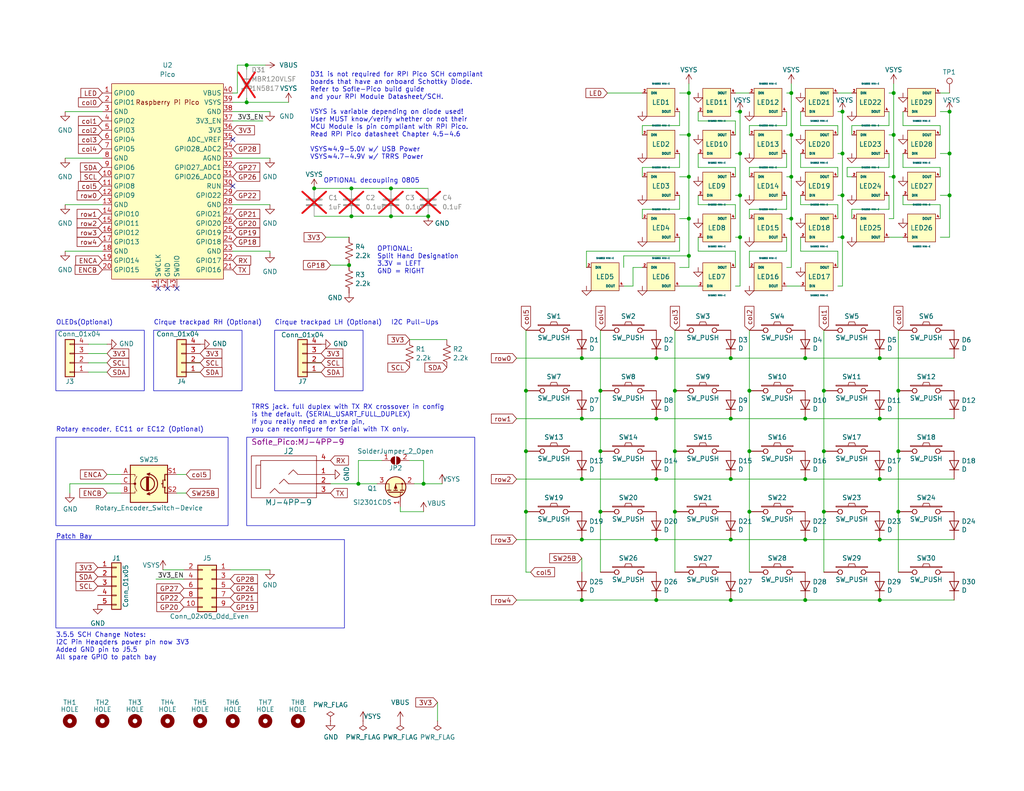
<source format=kicad_sch>
(kicad_sch (version 20231120) (generator "eeschema") (generator_version "8.0")
  (paper "A")
  (title_block (title "Sofle Pico Choc") (date "2024-04-17") (rev "v3.5.5") (comment 1 "https://github.com/josefadamcik/SofleKeyboard") (comment 2 "Based on the Sofle by Josef Adamcik") (comment 3 "https://www.soflepico.com") (comment 4 "Designed by Ryan Neff, Choc'd by P. Werle"))
  (junction (at 179.07 163.83))
  (junction (at 229.87 64.77))
  (junction (at 116.84 59.055))
  (junction (at 163.83 123.19))
  (junction (at 204.47 123.19))
  (junction (at 215.9 59.69))
  (junction (at 259.08 30.48))
  (junction (at 240.03 114.3))
  (junction (at 143.51 139.7))
  (junction (at 229.87 53.34))
  (junction (at 224.79 106.68))
  (junction (at 199.39 147.32))
  (junction (at 219.71 130.81))
  (junction (at 143.51 106.68))
  (junction (at 179.07 130.81))
  (junction (at 245.11 106.68))
  (junction (at 95.885 59.055))
  (junction (at 179.07 114.3))
  (junction (at 179.07 97.79))
  (junction (at 243.84 36.83))
  (junction (at 224.79 123.19))
  (junction (at 215.9 36.83))
  (junction (at 187.96 48.26))
  (junction (at 240.03 130.81))
  (junction (at 243.84 48.26))
  (junction (at 106.68 51.435))
  (junction (at 219.71 163.83))
  (junction (at 215.9 48.26))
  (junction (at 95.25 72.39))
  (junction (at 184.15 139.7))
  (junction (at 85.725 51.435))
  (junction (at 158.75 97.79))
  (junction (at 201.93 53.34))
  (junction (at 240.03 163.83))
  (junction (at 240.03 97.79))
  (junction (at 199.39 130.81))
  (junction (at 259.08 41.91))
  (junction (at 158.75 130.81))
  (junction (at 106.68 59.055))
  (junction (at 245.11 123.19))
  (junction (at 187.96 59.69))
  (junction (at 163.83 139.7))
  (junction (at 187.96 36.83))
  (junction (at 199.39 114.3))
  (junction (at 201.93 30.48))
  (junction (at 201.93 41.91))
  (junction (at 259.08 53.34))
  (junction (at 184.15 123.19))
  (junction (at 67.31 27.94))
  (junction (at 204.47 106.68))
  (junction (at 243.84 25.4))
  (junction (at 199.39 97.79))
  (junction (at 158.75 147.32))
  (junction (at 163.83 106.68))
  (junction (at 201.93 64.77))
  (junction (at 95.885 51.435))
  (junction (at 115.57 132.08))
  (junction (at 229.87 41.91))
  (junction (at 97.79 132.08))
  (junction (at 179.07 147.32))
  (junction (at 158.75 163.83))
  (junction (at 199.39 163.83))
  (junction (at 187.96 69.85))
  (junction (at 219.71 147.32))
  (junction (at 219.71 114.3))
  (junction (at 187.96 25.4))
  (junction (at 215.9 25.4))
  (junction (at 224.79 139.7))
  (junction (at 158.75 114.3))
  (junction (at 204.47 139.7))
  (junction (at 240.03 147.32))
  (junction (at 229.87 30.48))
  (junction (at 245.11 139.7))
  (junction (at 219.71 97.79))
  (junction (at 67.31 17.78))
  (junction (at 143.51 123.19))
  (junction (at 184.15 106.68))
  (no_connect (at 45.72 78.74))
  (no_connect (at 63.5 38.1))
  (no_connect (at 43.18 78.74))
  (no_connect (at 48.26 78.74))
  (no_connect (at 63.5 50.8))
  (wire (pts (xy 214.63 78.105) (xy 218.44 78.105)))
  (wire (pts (xy 200.66 25.4) (xy 204.47 25.4)))
  (wire (pts (xy 259.08 53.34) (xy 259.08 41.91)))
  (wire (pts (xy 158.75 130.81) (xy 140.97 130.81)))
  (wire (pts (xy 240.03 147.32) (xy 260.35 147.32)))
  (wire (pts (xy 259.08 41.91) (xy 259.08 30.48)))
  (wire (pts (xy 185.42 73.025) (xy 187.96 73.025)))
  (wire (pts (xy 232.41 57.15) (xy 232.41 59.69)))
  (wire (pts (xy 215.9 36.83) (xy 214.63 36.83)))
  (wire (pts (xy 67.31 17.78) (xy 72.39 17.78)))
  (wire (pts (xy 228.6 25.4) (xy 232.41 25.4)))
  (wire (pts (xy 242.57 41.91) (xy 242.57 45.72)))
  (wire (pts (xy 179.07 130.81) (xy 158.75 130.81)))
  (wire (pts (xy 215.9 59.69) (xy 215.9 73.025)))
  (wire (pts (xy 228.6 45.72) (xy 218.44 45.72)))
  (wire (pts (xy 63.5 27.94) (xy 67.31 27.94)))
  (wire (pts (xy 163.83 106.68) (xy 163.83 123.19)))
  (wire (pts (xy 158.75 114.3) (xy 140.97 114.3)))
  (wire (pts (xy 42.545 158.115) (xy 50.165 158.115)))
  (wire (pts (xy 106.68 51.435) (xy 116.84 51.435)))
  (wire (pts (xy 231.14 45.72) (xy 231.14 48.26)))
  (wire (pts (xy 158.75 147.32) (xy 140.97 147.32)))
  (wire (pts (xy 243.84 36.83) (xy 242.57 36.83)))
  (wire (pts (xy 246.38 34.29) (xy 246.38 30.48)))
  (wire (pts (xy 215.9 22.86) (xy 215.9 25.4)))
  (wire (pts (xy 24.13 99.06) (xy 29.21 99.06)))
  (wire (pts (xy 200.66 68.58) (xy 190.5 68.58)))
  (wire (pts (xy 218.44 55.88) (xy 218.44 53.34)))
  (wire (pts (xy 83.82 101.6) (xy 87.63 101.6)))
  (wire (pts (xy 185.42 41.91) (xy 185.42 45.72)))
  (wire (pts (xy 243.84 48.26) (xy 243.84 59.69)))
  (wire (pts (xy 115.57 132.08) (xy 120.65 132.08)))
  (wire (pts (xy 229.87 41.91) (xy 229.87 53.34)))
  (wire (pts (xy 172.72 78.105) (xy 172.72 73.025)))
  (wire (pts (xy 63.5 33.02) (xy 71.755 33.02)))
  (wire (pts (xy 48.26 134.62) (xy 50.8 134.62)))
  (wire (pts (xy 63.5 43.18) (xy 73.66 43.18)))
  (wire (pts (xy 17.78 68.58) (xy 27.94 68.58)))
  (wire (pts (xy 187.96 48.26) (xy 187.96 36.83)))
  (wire (pts (xy 95.885 51.435) (xy 106.68 51.435)))
  (wire (pts (xy 243.84 25.4) (xy 242.57 25.4)))
  (wire (pts (xy 73.66 30.48) (xy 63.5 30.48)))
  (wire (pts (xy 204.47 57.15) (xy 204.47 59.69)))
  (wire (pts (xy 185.42 57.15) (xy 175.26 57.15)))
  (wire (pts (xy 185.42 78.105) (xy 190.5 78.105)))
  (wire (pts (xy 228.6 30.48) (xy 229.87 30.48)))
  (wire (pts (xy 245.11 139.7) (xy 245.11 156.21)))
  (wire (pts (xy 240.03 163.83) (xy 260.35 163.83)))
  (wire (pts (xy 215.9 25.4) (xy 214.63 25.4)))
  (wire (pts (xy 215.9 25.4) (xy 215.9 36.83)))
  (wire (pts (xy 229.87 78.105) (xy 228.6 78.105)))
  (wire (pts (xy 187.96 59.69) (xy 187.96 69.85)))
  (wire (pts (xy 256.54 45.72) (xy 246.38 45.72)))
  (wire (pts (xy 184.15 106.68) (xy 184.15 123.19)))
  (wire (pts (xy 228.6 59.69) (xy 228.6 55.88)))
  (wire (pts (xy 170.18 69.85) (xy 187.96 69.85)))
  (wire (pts (xy 245.11 123.19) (xy 245.11 106.68)))
  (wire (pts (xy 199.39 147.32) (xy 219.71 147.32)))
  (wire (pts (xy 17.78 43.18) (xy 27.94 43.18)))
  (wire (pts (xy 113.03 132.08) (xy 115.57 132.08)))
  (wire (pts (xy 33.02 132.08) (xy 19.05 132.08)))
  (wire (pts (xy 218.44 68.58) (xy 218.44 64.77)))
  (wire (pts (xy 214.63 57.15) (xy 204.47 57.15)))
  (wire (pts (xy 185.42 30.48) (xy 185.42 34.29)))
  (wire (pts (xy 185.42 34.29) (xy 175.26 34.29)))
  (wire (pts (xy 175.26 34.29) (xy 175.26 36.83)))
  (wire (pts (xy 219.71 147.32) (xy 240.03 147.32)))
  (wire (pts (xy 256.54 55.88) (xy 246.38 55.88)))
  (wire (pts (xy 224.79 90.17) (xy 224.79 106.68)))
  (wire (pts (xy 50.8 101.6) (xy 54.61 101.6)))
  (wire (pts (xy 200.66 73.025) (xy 200.66 68.58)))
  (wire (pts (xy 214.63 53.34) (xy 214.63 57.15)))
  (wire (pts (xy 240.03 97.79) (xy 219.71 97.79)))
  (wire (pts (xy 184.15 90.17) (xy 184.15 106.68)))
  (wire (pts (xy 231.14 48.26) (xy 232.41 48.26)))
  (wire (pts (xy 200.66 48.26) (xy 200.66 45.72)))
  (wire (pts (xy 187.96 36.83) (xy 185.42 36.83)))
  (wire (pts (xy 242.57 45.72) (xy 231.14 45.72)))
  (wire (pts (xy 90.17 132.08) (xy 97.79 132.08)))
  (wire (pts (xy 243.84 36.83) (xy 243.84 25.4)))
  (wire (pts (xy 204.47 68.58) (xy 204.47 73.025)))
  (wire (pts (xy 44.45 155.575) (xy 50.165 155.575)))
  (wire (pts (xy 259.08 53.34) (xy 256.54 53.34)))
  (wire (pts (xy 200.66 59.69) (xy 200.66 55.88)))
  (wire (pts (xy 165.735 25.4) (xy 175.26 25.4)))
  (wire (pts (xy 199.39 130.81) (xy 219.71 130.81)))
  (wire (pts (xy 256.54 64.77) (xy 259.08 64.77)))
  (wire (pts (xy 215.9 36.83) (xy 215.9 48.26)))
  (wire (pts (xy 64.77 17.78) (xy 67.31 17.78)))
  (wire (pts (xy 179.07 97.79) (xy 158.75 97.79)))
  (wire (pts (xy 204.47 139.7) (xy 204.47 156.21)))
  (wire (pts (xy 256.54 25.4) (xy 259.08 25.4)))
  (wire (pts (xy 175.26 45.72) (xy 175.26 48.26)))
  (wire (pts (xy 214.63 41.91) (xy 214.63 45.72)))
  (wire (pts (xy 190.5 33.02) (xy 190.5 30.48)))
  (wire (pts (xy 259.08 64.77) (xy 259.08 53.34)))
  (wire (pts (xy 29.21 101.6) (xy 24.13 101.6)))
  (wire (pts (xy 104.14 125.73) (xy 97.79 125.73)))
  (wire (pts (xy 175.26 57.15) (xy 175.26 59.69)))
  (wire (pts (xy 185.42 64.77) (xy 185.42 68.58)))
  (wire (pts (xy 201.93 64.77) (xy 201.93 53.34)))
  (wire (pts (xy 190.5 55.88) (xy 190.5 53.34)))
  (wire (pts (xy 158.75 152.4) (xy 158.75 156.21)))
  (wire (pts (xy 201.93 41.91) (xy 200.66 41.91)))
  (wire (pts (xy 179.07 97.79) (xy 199.39 97.79)))
  (wire (pts (xy 106.68 59.055) (xy 116.84 59.055)))
  (wire (pts (xy 187.96 48.26) (xy 187.96 59.69)))
  (wire (pts (xy 201.93 64.77) (xy 200.66 64.77)))
  (wire (pts (xy 200.66 36.83) (xy 200.66 33.02)))
  (wire (pts (xy 187.96 25.4) (xy 185.42 25.4)))
  (wire (pts (xy 185.42 45.72) (xy 175.26 45.72)))
  (wire (pts (xy 214.63 73.025) (xy 215.9 73.025)))
  (wire (pts (xy 228.6 34.29) (xy 218.44 34.29)))
  (wire (pts (xy 229.87 53.34) (xy 228.6 53.34)))
  (wire (pts (xy 185.42 48.26) (xy 187.96 48.26)))
  (wire (pts (xy 242.57 30.48) (xy 242.57 34.29)))
  (wire (pts (xy 214.63 30.48) (xy 214.63 34.29)))
  (wire (pts (xy 17.78 55.88) (xy 27.94 55.88)))
  (wire (pts (xy 228.6 36.83) (xy 228.6 34.29)))
  (wire (pts (xy 215.9 48.26) (xy 214.63 48.26)))
  (wire (pts (xy 170.18 73.025) (xy 170.18 69.85)))
  (wire (pts (xy 187.96 59.69) (xy 185.42 59.69)))
  (wire (pts (xy 229.87 64.77) (xy 229.87 78.105)))
  (wire (pts (xy 184.15 123.19) (xy 184.15 139.7)))
  (wire (pts (xy 187.96 69.85) (xy 187.96 73.025)))
  (wire (pts (xy 224.79 139.7) (xy 224.79 156.21)))
  (wire (pts (xy 256.54 59.69) (xy 256.54 55.88)))
  (wire (pts (xy 246.38 45.72) (xy 246.38 41.91)))
  (wire (pts (xy 29.21 134.62) (xy 33.02 134.62)))
  (wire (pts (xy 179.07 114.3) (xy 199.39 114.3)))
  (wire (pts (xy 67.31 27.94) (xy 78.74 27.94)))
  (wire (pts (xy 158.75 163.83) (xy 179.07 163.83)))
  (wire (pts (xy 240.03 114.3) (xy 260.35 114.3)))
  (wire (pts (xy 256.54 48.26) (xy 256.54 45.72)))
  (wire (pts (xy 143.51 139.7) (xy 143.51 156.21)))
  (wire (pts (xy 218.44 45.72) (xy 218.44 41.91)))
  (wire (pts (xy 201.93 30.48) (xy 200.66 30.48)))
  (wire (pts (xy 219.71 130.81) (xy 240.03 130.81)))
  (wire (pts (xy 242.57 57.15) (xy 232.41 57.15)))
  (wire (pts (xy 50.8 99.06) (xy 54.61 99.06)))
  (wire (pts (xy 90.17 72.39) (xy 95.25 72.39)))
  (wire (pts (xy 88.9 64.77) (xy 95.25 64.77)))
  (wire (pts (xy 187.96 22.86) (xy 187.96 25.4)))
  (wire (pts (xy 232.41 34.29) (xy 232.41 36.83)))
  (wire (pts (xy 242.57 59.69) (xy 243.84 59.69)))
  (wire (pts (xy 219.71 114.3) (xy 240.03 114.3)))
  (wire (pts (xy 214.63 34.29) (xy 204.47 34.29)))
  (wire (pts (xy 172.72 73.025) (xy 175.26 73.025)))
  (wire (pts (xy 224.79 106.68) (xy 224.79 123.19)))
  (wire (pts (xy 204.47 123.19) (xy 204.47 139.7)))
  (wire (pts (xy 48.26 129.54) (xy 50.8 129.54)))
  (wire (pts (xy 143.51 123.19) (xy 143.51 139.7)))
  (wire (pts (xy 242.57 64.77) (xy 246.38 64.77)))
  (wire (pts (xy 229.87 30.48) (xy 229.87 41.91)))
  (wire (pts (xy 73.66 155.575) (xy 62.865 155.575)))
  (wire (pts (xy 204.47 106.68) (xy 204.47 123.19)))
  (wire (pts (xy 200.66 55.88) (xy 190.5 55.88)))
  (wire (pts (xy 201.93 53.34) (xy 200.66 53.34)))
  (wire (pts (xy 204.47 90.17) (xy 204.47 106.68)))
  (wire (pts (xy 187.96 36.83) (xy 187.96 25.4)))
  (wire (pts (xy 228.6 73.025) (xy 228.6 68.58)))
  (wire (pts (xy 243.84 22.86) (xy 243.84 25.4)))
  (wire (pts (xy 163.83 90.17) (xy 163.83 106.68)))
  (wire (pts (xy 214.63 64.77) (xy 214.63 68.58)))
  (wire (pts (xy 199.39 114.3) (xy 219.71 114.3)))
  (wire (pts (xy 95.885 59.055) (xy 106.68 59.055)))
  (wire (pts (xy 97.79 132.08) (xy 102.87 132.08)))
  (wire (pts (xy 240.03 130.81) (xy 260.35 130.81)))
  (wire (pts (xy 17.78 30.48) (xy 27.94 30.48)))
  (wire (pts (xy 85.725 59.055) (xy 95.885 59.055)))
  (wire (pts (xy 218.44 34.29) (xy 218.44 30.48)))
  (wire (pts (xy 170.18 78.105) (xy 172.72 78.105)))
  (wire (pts (xy 111.76 125.73) (xy 115.57 125.73)))
  (wire (pts (xy 67.31 26.67) (xy 67.31 27.94)))
  (wire (pts (xy 179.07 147.32) (xy 158.75 147.32)))
  (wire (pts (xy 204.47 45.72) (xy 204.47 48.26)))
  (wire (pts (xy 163.83 139.7) (xy 163.83 156.21)))
  (wire (pts (xy 201.93 78.105) (xy 201.93 64.77)))
  (wire (pts (xy 200.66 45.72) (xy 190.5 45.72)))
  (wire (pts (xy 199.39 163.83) (xy 219.71 163.83)))
  (wire (pts (xy 190.5 45.72) (xy 190.5 41.91)))
  (wire (pts (xy 246.38 55.88) (xy 246.38 53.34)))
  (wire (pts (xy 185.42 53.34) (xy 185.42 57.15)))
  (wire (pts (xy 143.51 106.68) (xy 143.51 123.19)))
  (wire (pts (xy 119.38 191.77) (xy 119.38 196.85)))
  (wire (pts (xy 64.77 25.4) (xy 64.77 17.78)))
  (wire (pts (xy 243.84 48.26) (xy 243.84 36.83)))
  (wire (pts (xy 85.725 51.435) (xy 95.885 51.435)))
  (wire (pts (xy 63.5 68.58) (xy 73.66 68.58)))
  (wire (pts (xy 115.57 125.73) (xy 115.57 132.08)))
  (wire (pts (xy 229.87 64.77) (xy 228.6 64.77)))
  (wire (pts (xy 24.13 93.98) (xy 29.21 93.98)))
  (wire (pts (xy 228.6 48.26) (xy 228.6 45.72)))
  (wire (pts (xy 201.93 53.34) (xy 201.93 41.91)))
  (wire (pts (xy 201.93 41.91) (xy 201.93 30.48)))
  (wire (pts (xy 185.42 68.58) (xy 160.02 68.58)))
  (wire (pts (xy 109.22 139.7) (xy 109.22 138.43)))
  (wire (pts (xy 259.08 30.48) (xy 256.54 30.48)))
  (wire (pts (xy 111.76 92.71) (xy 121.92 92.71)))
  (wire (pts (xy 228.6 55.88) (xy 218.44 55.88)))
  (wire (pts (xy 73.66 68.58) (xy 73.66 69.088)))
  (wire (pts (xy 63.5 25.4) (xy 64.77 25.4)))
  (wire (pts (xy 219.71 163.83) (xy 240.03 163.83)))
  (wire (pts (xy 256.54 34.29) (xy 246.38 34.29)))
  (wire (pts (xy 115.57 139.7) (xy 109.22 139.7)))
  (wire (pts (xy 184.15 139.7) (xy 184.15 156.21)))
  (wire (pts (xy 214.63 59.69) (xy 215.9 59.69)))
  (wire (pts (xy 179.07 163.83) (xy 199.39 163.83)))
  (wire (pts (xy 160.02 68.58) (xy 160.02 73.025)))
  (wire (pts (xy 256.54 36.83) (xy 256.54 34.29)))
  (wire (pts (xy 259.08 41.91) (xy 256.54 41.91)))
  (wire (pts (xy 179.07 147.32) (xy 199.39 147.32)))
  (wire (pts (xy 242.57 34.29) (xy 232.41 34.29)))
  (wire (pts (xy 143.51 90.17) (xy 143.51 106.68)))
  (wire (pts (xy 63.5 55.88) (xy 73.66 55.88)))
  (wire (pts (xy 240.03 97.79) (xy 260.35 97.79)))
  (wire (pts (xy 243.84 48.26) (xy 242.57 48.26)))
  (wire (pts (xy 83.82 99.06) (xy 87.63 99.06)))
  (wire (pts (xy 179.07 130.81) (xy 199.39 130.81)))
  (wire (pts (xy 163.83 123.19) (xy 163.83 139.7)))
  (wire (pts (xy 215.9 59.69) (xy 215.9 48.26)))
  (wire (pts (xy 229.87 53.34) (xy 229.87 64.77)))
  (wire (pts (xy 199.39 97.79) (xy 219.71 97.79)))
  (wire (pts (xy 224.79 123.19) (xy 224.79 139.7)))
  (wire (pts (xy 97.79 125.73) (xy 97.79 132.08)))
  (wire (pts (xy 140.97 163.83) (xy 158.75 163.83)))
  (wire (pts (xy 204.47 34.29) (xy 204.47 36.83)))
  (wire (pts (xy 29.21 129.54) (xy 33.02 129.54)))
  (wire (pts (xy 200.66 78.105) (xy 201.93 78.105)))
  (wire (pts (xy 19.05 132.08) (xy 19.05 134.62)))
  (wire (pts (xy 143.51 156.21) (xy 144.78 156.21)))
  (wire (pts (xy 245.11 106.68) (xy 245.11 90.17)))
  (wire (pts (xy 67.31 17.78) (xy 67.31 19.05)))
  (wire (pts (xy 24.13 96.52) (xy 29.21 96.52)))
  (wire (pts (xy 214.63 45.72) (xy 204.47 45.72)))
  (wire (pts (xy 228.6 41.91) (xy 229.87 41.91)))
  (wire (pts (xy 179.07 114.3) (xy 158.75 114.3)))
  (wire (pts (xy 190.5 68.58) (xy 190.5 64.77)))
  (wire (pts (xy 204.47 68.58) (xy 214.63 68.58)))
  (wire (pts (xy 245.11 123.19) (xy 245.11 139.7)))
  (wire (pts (xy 242.57 53.34) (xy 242.57 57.15)))
  (wire (pts (xy 200.66 33.02) (xy 190.5 33.02)))
  (wire (pts (xy 228.6 68.58) (xy 218.44 68.58)))
  (wire (pts (xy 158.75 97.79) (xy 140.97 97.79)))
  (rectangle (start 15.24 90.17) (end 39.37 106.68))
  (rectangle (start 41.91 90.17) (end 66.04 106.68))
  (rectangle (start 15.24 119.38) (end 62.23 143.51))
  (rectangle (start 67.31 119.38) (end 129.54 143.51))
  (rectangle (start 74.93 90.17) (end 99.06 106.68))
  (rectangle (start 15.24 147.32) (end 93.98 171.45))
  (text "Cirque trackpad RH (Optional)\n" (at 41.91 88.9 0) (effects (font (size 1.27 1.27)) (justify left bottom)))
  (text "I2C Pull-Ups " (at 106.68 88.9 0) (effects (font (size 1.27 1.27)) (justify left bottom)))
  (text "TRRS jack. full duplex with TX RX crossover in config \nis the default. (SERIAL_USART_FULL_DUPLEX)\nIf you really need an extra pin, \nyou can reconfigure for Serial with TX only." (at 68.58 118.11 0) (effects (font (size 1.27 1.27)) (justify left bottom)))
  (text "Rotary encoder, EC11 or EC12 (Optional)\n" (at 15.24 118.11 0) (effects (font (size 1.27 1.27)) (justify left bottom)))
  (text "D31 is not required for RPI Pico SCH compliant \nboards that have an onboard Schottky Diode.\nRefer to Sofle-Pico build guide \nand your RPI Module Datasheet/SCH. \n\nVSYS is variable depending on diode used! \nUser MUST know/verify whether or not their \nMCU Module is pin compliant with RPI Pico. \nRead RPI Pico datasheet Chapter 4.5-4.6\n\nVSYS≈4.9-5.0V w/ USB Power\nVSYS≈4.7-4.9V w/ TRRS Power" (at 84.582 43.688 0) (effects (font (size 1.27 1.27)) (justify left bottom)))
  (text "OLEDs(Optional)\n" (at 15.24 88.9 0) (effects (font (size 1.27 1.27)) (justify left bottom)))
  (text "Patch Bay" (at 15.24 147.32 0) (effects (font (size 1.27 1.27)) (justify left bottom)))
  (text "Cirque trackpad LH (Optional)\n" (at 74.93 88.9 0) (effects (font (size 1.27 1.27)) (justify left bottom)))
  (text "OPTIONAL:\nSplit Hand Designation\n3.3V = LEFT\nGND = RIGHT" (at 102.87 74.93 0) (effects (font (size 1.27 1.27)) (justify left bottom)))
  (text "OPTIONAL decoupling 0805\n" (at 88.265 50.165 0) (effects (font (size 1.27 1.27)) (justify left bottom)))
  (text "3.5.5 SCH Change Notes:\nI2C Pin Heaqders power pin now 3V3 \nAdded GND pin to J5.5  \nAll spare GPIO to patch bay" (at 15.24 180.34 0) (effects (font (size 1.27 1.27)) (justify left bottom)))
  (label "3V3_EN" (at 50.165 158.115 180))
  (label "3V3_EN" (at 64.77 33.02 0))
  (global_label "SDA" (shape input) (at 29.21 101.6 0) (property "Intersheetrefs" "${INTERSHEET_REFS}" (effects (hide yes))))
  (global_label "SCL" (shape input) (at 29.21 99.06 0) (property "Intersheetrefs" "${INTERSHEET_REFS}" (effects (hide yes))))
  (global_label "SCL" (shape input) (at 54.61 99.06 0) (property "Intersheetrefs" "${INTERSHEET_REFS}" (effects (hide yes))))
  (global_label "GP21" (shape input) (at 63.5 58.42 0) (property "Intersheetrefs" "${INTERSHEET_REFS}" (effects (hide yes))))
  (global_label "GP27" (shape input) (at 50.165 160.655 180) (property "Intersheetrefs" "${INTERSHEET_REFS}" (effects (hide yes))))
  (global_label "ENCA" (shape input) (at 27.94 71.12 180) (property "Intersheetrefs" "${INTERSHEET_REFS}" (effects (hide yes))))
  (global_label "row2" (shape input) (at 140.97 130.81 180) (property "Intersheetrefs" "${INTERSHEET_REFS}" (effects (hide yes))))
  (global_label "col0" (shape input) (at 245.11 90.17 90) (property "Intersheetrefs" "${INTERSHEET_REFS}" (effects (hide yes))))
  (global_label "GP22" (shape input) (at 63.5 53.34 0) (property "Intersheetrefs" "${INTERSHEET_REFS}" (effects (hide yes))))
  (global_label "3V3" (shape input) (at 119.38 191.77 180) (property "Intersheetrefs" "${INTERSHEET_REFS}" (effects (hide yes))))
  (global_label "GP26" (shape input) (at 62.865 160.655 0) (property "Intersheetrefs" "${INTERSHEET_REFS}" (effects (hide yes))))
  (global_label "GP18" (shape input) (at 63.5 66.04 0) (property "Intersheetrefs" "${INTERSHEET_REFS}" (effects (hide yes))))
  (global_label "ENCB" (shape input) (at 27.94 73.66 180) (property "Intersheetrefs" "${INTERSHEET_REFS}" (effects (hide yes))))
  (global_label "TX" (shape input) (at 90.17 134.62 0) (property "Intersheetrefs" "${INTERSHEET_REFS}" (effects (hide yes))))
  (global_label "RX" (shape input) (at 63.5 71.12 0) (property "Intersheetrefs" "${INTERSHEET_REFS}" (effects (hide yes))))
  (global_label "SDA" (shape input) (at 87.63 101.6 0) (property "Intersheetrefs" "${INTERSHEET_REFS}" (effects (hide yes))))
  (global_label "SDA" (shape input) (at 54.61 101.6 0) (property "Intersheetrefs" "${INTERSHEET_REFS}" (effects (hide yes))))
  (global_label "GP28" (shape input) (at 62.865 158.115 0) (property "Intersheetrefs" "${INTERSHEET_REFS}" (effects (hide yes))))
  (global_label "ENCB" (shape input) (at 29.21 134.62 180) (property "Intersheetrefs" "${INTERSHEET_REFS}" (effects (hide yes))))
  (global_label "row4" (shape input) (at 140.97 163.83 180) (property "Intersheetrefs" "${INTERSHEET_REFS}" (effects (hide yes))))
  (global_label "row0" (shape input) (at 140.97 97.79 180) (property "Intersheetrefs" "${INTERSHEET_REFS}" (effects (hide yes))))
  (global_label "col4" (shape input) (at 163.83 90.17 90) (property "Intersheetrefs" "${INTERSHEET_REFS}" (effects (hide yes))))
  (global_label "LED" (shape input) (at 165.735 25.4 180) (property "Intersheetrefs" "${INTERSHEET_REFS}" (effects (hide yes))))
  (global_label "col4" (shape input) (at 27.94 40.64 180) (property "Intersheetrefs" "${INTERSHEET_REFS}" (effects (hide yes))))
  (global_label "GP20" (shape input) (at 50.165 165.735 180) (property "Intersheetrefs" "${INTERSHEET_REFS}" (effects (hide yes))))
  (global_label "col2" (shape input) (at 204.47 90.17 90) (property "Intersheetrefs" "${INTERSHEET_REFS}" (effects (hide yes))))
  (global_label "LED" (shape input) (at 27.94 25.4 180) (property "Intersheetrefs" "${INTERSHEET_REFS}" (effects (hide yes))))
  (global_label "GP27" (shape input) (at 63.5 45.72 0) (property "Intersheetrefs" "${INTERSHEET_REFS}" (effects (hide yes))))
  (global_label "SCL" (shape input) (at 111.76 100.33 180) (property "Intersheetrefs" "${INTERSHEET_REFS}" (effects (hide yes))))
  (global_label "col5" (shape input) (at 27.94 50.8 180) (property "Intersheetrefs" "${INTERSHEET_REFS}" (effects (hide yes))))
  (global_label "row4" (shape input) (at 27.94 66.04 180) (property "Intersheetrefs" "${INTERSHEET_REFS}" (effects (hide yes))))
  (global_label "SCL" (shape input) (at 26.67 160.02 180) (property "Intersheetrefs" "${INTERSHEET_REFS}" (effects (hide yes))))
  (global_label "row3" (shape input) (at 140.97 147.32 180) (property "Intersheetrefs" "${INTERSHEET_REFS}" (effects (hide yes))))
  (global_label "SCL" (shape input) (at 87.63 99.06 0) (property "Intersheetrefs" "${INTERSHEET_REFS}" (effects (hide yes))))
  (global_label "GP21" (shape input) (at 62.865 163.195 0) (property "Intersheetrefs" "${INTERSHEET_REFS}" (effects (hide yes))))
  (global_label "col5" (shape input) (at 143.51 90.17 90) (property "Intersheetrefs" "${INTERSHEET_REFS}" (effects (hide yes))))
  (global_label "col3" (shape input) (at 27.94 38.1 180) (property "Intersheetrefs" "${INTERSHEET_REFS}" (effects (hide yes))))
  (global_label "row1" (shape input) (at 27.94 58.42 180) (property "Intersheetrefs" "${INTERSHEET_REFS}" (effects (hide yes))))
  (global_label "GP19" (shape input) (at 62.865 165.735 0) (property "Intersheetrefs" "${INTERSHEET_REFS}" (effects (hide yes))))
  (global_label "GP26" (shape input) (at 63.5 48.26 0) (property "Intersheetrefs" "${INTERSHEET_REFS}" (effects (hide yes))))
  (global_label "col1" (shape input) (at 27.94 33.02 180) (property "Intersheetrefs" "${INTERSHEET_REFS}" (effects (hide yes))))
  (global_label "3V3" (shape input) (at 63.5 35.56 0) (property "Intersheetrefs" "${INTERSHEET_REFS}" (effects (hide yes))))
  (global_label "3V3" (shape input) (at 88.9 64.77 180) (property "Intersheetrefs" "${INTERSHEET_REFS}" (effects (hide yes))))
  (global_label "3V3" (shape input) (at 111.76 92.71 180) (property "Intersheetrefs" "${INTERSHEET_REFS}" (effects (hide yes))))
  (global_label "ENCA" (shape input) (at 29.21 129.54 180) (property "Intersheetrefs" "${INTERSHEET_REFS}" (effects (hide yes))))
  (global_label "SW25B" (shape input) (at 158.75 152.4 180) (property "Intersheetrefs" "${INTERSHEET_REFS}" (effects (hide yes))))
  (global_label "3V3" (shape input) (at 87.63 96.52 0) (property "Intersheetrefs" "${INTERSHEET_REFS}" (effects (hide yes))))
  (global_label "TX" (shape input) (at 63.5 73.66 0) (property "Intersheetrefs" "${INTERSHEET_REFS}" (effects (hide yes))))
  (global_label "row3" (shape input) (at 27.94 63.5 180) (property "Intersheetrefs" "${INTERSHEET_REFS}" (effects (hide yes))))
  (global_label "row0" (shape input) (at 27.94 53.34 180) (property "Intersheetrefs" "${INTERSHEET_REFS}" (effects (hide yes))))
  (global_label "col0" (shape input) (at 27.94 27.94 180) (property "Intersheetrefs" "${INTERSHEET_REFS}" (effects (hide yes))))
  (global_label "col5" (shape input) (at 144.78 156.21 0) (property "Intersheetrefs" "${INTERSHEET_REFS}" (effects (hide yes))))
  (global_label "SDA" (shape input) (at 27.94 45.72 180) (property "Intersheetrefs" "${INTERSHEET_REFS}" (effects (hide yes))))
  (global_label "GP19" (shape input) (at 63.5 63.5 0) (property "Intersheetrefs" "${INTERSHEET_REFS}" (effects (hide yes))))
  (global_label "SDA" (shape input) (at 26.67 157.48 180) (property "Intersheetrefs" "${INTERSHEET_REFS}" (effects (hide yes))))
  (global_label "3V3" (shape input) (at 54.61 96.52 0) (property "Intersheetrefs" "${INTERSHEET_REFS}" (effects (hide yes))))
  (global_label "col3" (shape input) (at 184.15 90.17 90) (property "Intersheetrefs" "${INTERSHEET_REFS}" (effects (hide yes))))
  (global_label "GP20" (shape input) (at 63.5 60.96 0) (property "Intersheetrefs" "${INTERSHEET_REFS}" (effects (hide yes))))
  (global_label "col2" (shape input) (at 27.94 35.56 180) (property "Intersheetrefs" "${INTERSHEET_REFS}" (effects (hide yes))))
  (global_label "SW25B" (shape input) (at 50.8 134.62 0) (property "Intersheetrefs" "${INTERSHEET_REFS}" (effects (hide yes))))
  (global_label "GP22" (shape input) (at 50.165 163.195 180) (property "Intersheetrefs" "${INTERSHEET_REFS}" (effects (hide yes))))
  (global_label "3V3" (shape input) (at 26.67 154.94 180) (property "Intersheetrefs" "${INTERSHEET_REFS}" (effects (hide yes))))
  (global_label "row1" (shape input) (at 140.97 114.3 180) (property "Intersheetrefs" "${INTERSHEET_REFS}" (effects (hide yes))))
  (global_label "row2" (shape input) (at 27.94 60.96 180) (property "Intersheetrefs" "${INTERSHEET_REFS}" (effects (hide yes))))
  (global_label "GP28" (shape input) (at 63.5 40.64 0) (property "Intersheetrefs" "${INTERSHEET_REFS}" (effects (hide yes))))
  (global_label "col5" (shape input) (at 50.8 129.54 0) (property "Intersheetrefs" "${INTERSHEET_REFS}" (effects (hide yes))))
  (global_label "RX" (shape input) (at 90.17 125.73 0) (property "Intersheetrefs" "${INTERSHEET_REFS}" (effects (hide yes))))
  (global_label "SDA" (shape input) (at 121.92 100.33 180) (property "Intersheetrefs" "${INTERSHEET_REFS}" (effects (hide yes))))
  (global_label "col1" (shape input) (at 224.79 90.17 90) (property "Intersheetrefs" "${INTERSHEET_REFS}" (effects (hide yes))))
  (global_label "3V3" (shape input) (at 29.21 96.52 0) (property "Intersheetrefs" "${INTERSHEET_REFS}" (effects (hide yes))))
  (global_label "GP18" (shape input) (at 90.17 72.39 180) (property "Intersheetrefs" "${INTERSHEET_REFS}" (effects (hide yes))))
  (global_label "SCL" (shape input) (at 27.94 48.26 180) (property "Intersheetrefs" "${INTERSHEET_REFS}" (effects (hide yes))))
  (symbol (lib_id "Sofle_Pico:SW_PUSH") (at 151.13 90.17 0) (unit 1)
    (property "Reference" "SW1" (at 151.13 86.36 0))
    (property "Value" "SW_PUSH" (at 151.13 92.202 0))
    (property "Footprint" "Sofle_Pico:SW_Hotswap_Kailh_Choc_V1V2_DS_1.00u_1" (effects (hide yes)))
  )
  (symbol (lib_id "SofleKeyboard-rescue:D-Lily58-cache-Lily58_Pro-rescue") (at 158.75 93.98 90) (unit 1)
    (property "Reference" "D1" (at 160.7566 92.8116 90) (effects (justify right)))
    (property "Value" "D" (at 160.7566 95.123 90) (effects (justify right)))
    (property "Footprint" "Sofle_Pico:D_SOD-123_DO-35_Hybrid_DoubleSided_V2" (effects (hide yes)))
    (property "MFG" "Semtech" (effects (hide yes)))
    (property "MFG PN" "1N4148W" (effects (hide yes)))
    (property "Voltage Rating" "75v" (effects (hide yes)))
    (property "JLCPCB_PN" "C81598" (effects (hide yes)))
  )
  (symbol (lib_id "Sofle_Pico:SW_PUSH") (at 171.45 90.17 0) (unit 1)
    (property "Reference" "SW2" (at 171.45 86.36 0))
    (property "Value" "SW_PUSH" (at 171.45 92.202 0))
    (property "Footprint" "Sofle_Pico:SW_Hotswap_Kailh_Choc_V1V2_DS_1.00u_1" (effects (hide yes)))
  )
  (symbol (lib_id "SofleKeyboard-rescue:D-Lily58-cache-Lily58_Pro-rescue") (at 179.07 93.98 90) (unit 1)
    (property "Reference" "D2" (at 181.0766 92.8116 90) (effects (justify right)))
    (property "Value" "D" (at 181.0766 95.123 90) (effects (justify right)))
    (property "Footprint" "Sofle_Pico:D_SOD-123_DO-35_Hybrid_DoubleSided_V2" (effects (hide yes)))
    (property "MFG" "Semtech" (effects (hide yes)))
    (property "MFG PN" "1N4148W" (effects (hide yes)))
    (property "Voltage Rating" "75v" (effects (hide yes)))
    (property "JLCPCB_PN" "C81598" (effects (hide yes)))
  )
  (symbol (lib_id "Sofle_Pico:SW_PUSH") (at 191.77 90.17 0) (unit 1)
    (property "Reference" "SW3" (at 191.77 86.36 0))
    (property "Value" "SW_PUSH" (at 191.77 92.202 0))
    (property "Footprint" "Sofle_Pico:SW_Hotswap_Kailh_Choc_V1V2_DS_1.00u_1" (effects (hide yes)))
  )
  (symbol (lib_id "SofleKeyboard-rescue:D-Lily58-cache-Lily58_Pro-rescue") (at 199.39 93.98 90) (unit 1)
    (property "Reference" "D3" (at 201.3966 92.8116 90) (effects (justify right)))
    (property "Value" "D" (at 201.3966 95.123 90) (effects (justify right)))
    (property "Footprint" "Sofle_Pico:D_SOD-123_DO-35_Hybrid_DoubleSided_V2" (effects (hide yes)))
    (property "MFG" "Semtech" (effects (hide yes)))
    (property "MFG PN" "1N4148W" (effects (hide yes)))
    (property "Voltage Rating" "75v" (effects (hide yes)))
    (property "JLCPCB_PN" "C81598" (effects (hide yes)))
  )
  (symbol (lib_id "Sofle_Pico:SW_PUSH") (at 212.09 90.17 0) (unit 1)
    (property "Reference" "SW4" (at 212.09 86.36 0))
    (property "Value" "SW_PUSH" (at 212.09 92.202 0))
    (property "Footprint" "Sofle_Pico:SW_Hotswap_Kailh_Choc_V1V2_DS_1.00u_1" (effects (hide yes)))
  )
  (symbol (lib_id "SofleKeyboard-rescue:D-Lily58-cache-Lily58_Pro-rescue") (at 219.71 93.98 90) (unit 1)
    (property "Reference" "D4" (at 221.7166 92.8116 90) (effects (justify right)))
    (property "Value" "D" (at 221.7166 95.123 90) (effects (justify right)))
    (property "Footprint" "Sofle_Pico:D_SOD-123_DO-35_Hybrid_DoubleSided_V2" (effects (hide yes)))
    (property "MFG" "Semtech" (effects (hide yes)))
    (property "MFG PN" "1N4148W" (effects (hide yes)))
    (property "Voltage Rating" "75v" (effects (hide yes)))
    (property "JLCPCB_PN" "C81598" (effects (hide yes)))
  )
  (symbol (lib_id "Sofle_Pico:SW_PUSH") (at 232.41 90.17 0) (unit 1)
    (property "Reference" "SW5" (at 232.41 86.36 0))
    (property "Value" "SW_PUSH" (at 232.41 92.202 0))
    (property "Footprint" "Sofle_Pico:SW_Hotswap_Kailh_Choc_V1V2_DS_1.00u_1" (effects (hide yes)))
  )
  (symbol (lib_id "SofleKeyboard-rescue:D-Lily58-cache-Lily58_Pro-rescue") (at 240.03 93.98 90) (unit 1)
    (property "Reference" "D5" (at 242.0366 92.8116 90) (effects (justify right)))
    (property "Value" "D" (at 242.0366 95.123 90) (effects (justify right)))
    (property "Footprint" "Sofle_Pico:D_SOD-123_DO-35_Hybrid_DoubleSided_V2" (effects (hide yes)))
    (property "MFG" "Semtech" (effects (hide yes)))
    (property "MFG PN" "1N4148W" (effects (hide yes)))
    (property "Voltage Rating" "75v" (effects (hide yes)))
    (property "JLCPCB_PN" "C81598" (effects (hide yes)))
  )
  (symbol (lib_id "Sofle_Pico:SW_PUSH") (at 252.73 90.17 0) (unit 1)
    (property "Reference" "SW6" (at 252.73 86.36 0))
    (property "Value" "SW_PUSH" (at 252.73 92.202 0))
    (property "Footprint" "Sofle_Pico:SW_Hotswap_Kailh_Choc_V1V2_DS_1.00u_1" (effects (hide yes)))
  )
  (symbol (lib_id "SofleKeyboard-rescue:D-Lily58-cache-Lily58_Pro-rescue") (at 260.35 93.98 90) (unit 1)
    (property "Reference" "D6" (at 262.3566 92.8116 90) (effects (justify right)))
    (property "Value" "D" (at 262.3566 95.123 90) (effects (justify right)))
    (property "Footprint" "Sofle_Pico:D_SOD-123_DO-35_Hybrid_DoubleSided_V2" (effects (hide yes)))
    (property "MFG" "Semtech" (effects (hide yes)))
    (property "MFG PN" "1N4148W" (effects (hide yes)))
    (property "Voltage Rating" "75v" (effects (hide yes)))
    (property "JLCPCB_PN" "C81598" (effects (hide yes)))
  )
  (symbol (lib_id "Sofle_Pico:SW_PUSH") (at 171.45 106.68 0) (unit 1)
    (property "Reference" "SW8" (at 171.45 102.87 0))
    (property "Value" "SW_PUSH" (at 171.45 108.712 0))
    (property "Footprint" "Sofle_Pico:SW_Hotswap_Kailh_Choc_V1V2_DS_1.00u_1" (effects (hide yes)))
  )
  (symbol (lib_id "Sofle_Pico:SW_PUSH") (at 191.77 106.68 0) (unit 1)
    (property "Reference" "SW9" (at 191.77 102.87 0))
    (property "Value" "SW_PUSH" (at 191.77 108.712 0))
    (property "Footprint" "Sofle_Pico:SW_Hotswap_Kailh_Choc_V1V2_DS_1.00u_1" (effects (hide yes)))
  )
  (symbol (lib_id "Sofle_Pico:SW_PUSH") (at 212.09 106.68 0) (unit 1)
    (property "Reference" "SW10" (at 212.09 102.87 0))
    (property "Value" "SW_PUSH" (at 212.09 108.712 0))
    (property "Footprint" "Sofle_Pico:SW_Hotswap_Kailh_Choc_V1V2_DS_1.00u_1" (effects (hide yes)))
  )
  (symbol (lib_id "Sofle_Pico:SW_PUSH") (at 232.41 106.68 0) (unit 1)
    (property "Reference" "SW11" (at 232.41 102.87 0))
    (property "Value" "SW_PUSH" (at 232.41 108.712 0))
    (property "Footprint" "Sofle_Pico:SW_Hotswap_Kailh_Choc_V1V2_DS_1.00u_1" (effects (hide yes)))
  )
  (symbol (lib_id "Sofle_Pico:SW_PUSH") (at 252.73 106.68 0) (unit 1)
    (property "Reference" "SW12" (at 252.73 102.87 0))
    (property "Value" "SW_PUSH" (at 252.73 108.712 0))
    (property "Footprint" "Sofle_Pico:SW_Hotswap_Kailh_Choc_V1V2_DS_1.00u_1" (effects (hide yes)))
  )
  (symbol (lib_id "Sofle_Pico:SW_PUSH") (at 151.13 106.68 0) (unit 1)
    (property "Reference" "SW7" (at 151.13 102.87 0))
    (property "Value" "SW_PUSH" (at 151.13 108.712 0))
    (property "Footprint" "Sofle_Pico:SW_Hotswap_Kailh_Choc_V1V2_DS_1.00u_1" (effects (hide yes)))
  )
  (symbol (lib_id "SofleKeyboard-rescue:D-Lily58-cache-Lily58_Pro-rescue") (at 158.75 110.49 90) (unit 1)
    (property "Reference" "D7" (at 160.7566 109.3216 90) (effects (justify right)))
    (property "Value" "D" (at 160.7566 111.633 90) (effects (justify right)))
    (property "Footprint" "Sofle_Pico:D_SOD-123_DO-35_Hybrid_DoubleSided_V2" (effects (hide yes)))
    (property "MFG" "Semtech" (effects (hide yes)))
    (property "MFG PN" "1N4148W" (effects (hide yes)))
    (property "Voltage Rating" "75v" (effects (hide yes)))
    (property "JLCPCB_PN" "C81598" (effects (hide yes)))
  )
  (symbol (lib_id "SofleKeyboard-rescue:D-Lily58-cache-Lily58_Pro-rescue") (at 179.07 110.49 90) (unit 1)
    (property "Reference" "D8" (at 181.0766 109.3216 90) (effects (justify right)))
    (property "Value" "D" (at 181.0766 111.633 90) (effects (justify right)))
    (property "Footprint" "Sofle_Pico:D_SOD-123_DO-35_Hybrid_DoubleSided_V2" (effects (hide yes)))
    (property "MFG" "Semtech" (effects (hide yes)))
    (property "MFG PN" "1N4148W" (effects (hide yes)))
    (property "Voltage Rating" "75v" (effects (hide yes)))
    (property "JLCPCB_PN" "C81598" (effects (hide yes)))
  )
  (symbol (lib_id "SofleKeyboard-rescue:D-Lily58-cache-Lily58_Pro-rescue") (at 199.39 110.49 90) (unit 1)
    (property "Reference" "D9" (at 201.3966 109.3216 90) (effects (justify right)))
    (property "Value" "D" (at 201.3966 111.633 90) (effects (justify right)))
    (property "Footprint" "Sofle_Pico:D_SOD-123_DO-35_Hybrid_DoubleSided_V2" (effects (hide yes)))
    (property "MFG" "Semtech" (effects (hide yes)))
    (property "MFG PN" "1N4148W" (effects (hide yes)))
    (property "Voltage Rating" "75v" (effects (hide yes)))
    (property "JLCPCB_PN" "C81598" (effects (hide yes)))
  )
  (symbol (lib_id "SofleKeyboard-rescue:D-Lily58-cache-Lily58_Pro-rescue") (at 219.71 110.49 90) (unit 1)
    (property "Reference" "D10" (at 221.7166 109.3216 90) (effects (justify right)))
    (property "Value" "D" (at 221.7166 111.633 90) (effects (justify right)))
    (property "Footprint" "Sofle_Pico:D_SOD-123_DO-35_Hybrid_DoubleSided_V2" (effects (hide yes)))
    (property "MFG" "Semtech" (effects (hide yes)))
    (property "MFG PN" "1N4148W" (effects (hide yes)))
    (property "Voltage Rating" "75v" (effects (hide yes)))
    (property "JLCPCB_PN" "C81598" (effects (hide yes)))
  )
  (symbol (lib_id "SofleKeyboard-rescue:D-Lily58-cache-Lily58_Pro-rescue") (at 240.03 110.49 90) (unit 1)
    (property "Reference" "D11" (at 242.0366 109.3216 90) (effects (justify right)))
    (property "Value" "D" (at 242.0366 111.633 90) (effects (justify right)))
    (property "Footprint" "Sofle_Pico:D_SOD-123_DO-35_Hybrid_DoubleSided_V2" (effects (hide yes)))
    (property "MFG" "Semtech" (effects (hide yes)))
    (property "MFG PN" "1N4148W" (effects (hide yes)))
    (property "Voltage Rating" "75v" (effects (hide yes)))
    (property "JLCPCB_PN" "C81598" (effects (hide yes)))
  )
  (symbol (lib_id "SofleKeyboard-rescue:D-Lily58-cache-Lily58_Pro-rescue") (at 260.35 110.49 90) (unit 1)
    (property "Reference" "D12" (at 262.3566 109.3216 90) (effects (justify right)))
    (property "Value" "D" (at 262.3566 111.633 90) (effects (justify right)))
    (property "Footprint" "Sofle_Pico:D_SOD-123_DO-35_Hybrid_DoubleSided_V2" (effects (hide yes)))
    (property "MFG" "Semtech" (effects (hide yes)))
    (property "MFG PN" "1N4148W" (effects (hide yes)))
    (property "Voltage Rating" "75v" (effects (hide yes)))
    (property "JLCPCB_PN" "C81598" (effects (hide yes)))
  )
  (symbol (lib_id "Sofle_Pico:SW_PUSH") (at 151.13 123.19 0) (unit 1)
    (property "Reference" "SW13" (at 151.13 119.38 0))
    (property "Value" "SW_PUSH" (at 151.13 125.222 0))
    (property "Footprint" "Sofle_Pico:SW_Hotswap_Kailh_Choc_V1V2_DS_1.00u_1" (effects (hide yes)))
  )
  (symbol (lib_id "Sofle_Pico:SW_PUSH") (at 171.45 123.19 0) (unit 1)
    (property "Reference" "SW14" (at 171.45 119.38 0))
    (property "Value" "SW_PUSH" (at 171.45 125.222 0))
    (property "Footprint" "Sofle_Pico:SW_Hotswap_Kailh_Choc_V1V2_DS_1.00u_1" (effects (hide yes)))
  )
  (symbol (lib_id "Sofle_Pico:SW_PUSH") (at 191.77 123.19 0) (unit 1)
    (property "Reference" "SW15" (at 191.77 119.38 0))
    (property "Value" "SW_PUSH" (at 191.77 125.222 0))
    (property "Footprint" "Sofle_Pico:SW_Hotswap_Kailh_Choc_V1V2_DS_1.00u_1" (effects (hide yes)))
  )
  (symbol (lib_id "Sofle_Pico:SW_PUSH") (at 212.09 123.19 0) (unit 1)
    (property "Reference" "SW16" (at 212.09 119.38 0))
    (property "Value" "SW_PUSH" (at 212.09 125.222 0))
    (property "Footprint" "Sofle_Pico:SW_Hotswap_Kailh_Choc_V1V2_DS_1.00u_1" (effects (hide yes)))
  )
  (symbol (lib_id "Sofle_Pico:SW_PUSH") (at 232.41 123.19 0) (unit 1)
    (property "Reference" "SW17" (at 232.41 119.38 0))
    (property "Value" "SW_PUSH" (at 232.41 125.222 0))
    (property "Footprint" "Sofle_Pico:SW_Hotswap_Kailh_Choc_V1V2_DS_1.00u_1" (effects (hide yes)))
  )
  (symbol (lib_id "Sofle_Pico:SW_PUSH") (at 252.73 123.19 0) (unit 1)
    (property "Reference" "SW18" (at 252.73 119.38 0))
    (property "Value" "SW_PUSH" (at 252.73 125.222 0))
    (property "Footprint" "Sofle_Pico:SW_Hotswap_Kailh_Choc_V1V2_DS_1.00u_1" (effects (hide yes)))
  )
  (symbol (lib_id "SofleKeyboard-rescue:D-Lily58-cache-Lily58_Pro-rescue") (at 158.75 127 90) (unit 1)
    (property "Reference" "D13" (at 160.7566 125.8316 90) (effects (justify right)))
    (property "Value" "D" (at 160.7566 128.143 90) (effects (justify right)))
    (property "Footprint" "Sofle_Pico:D_SOD-123_DO-35_Hybrid_DoubleSided_V2" (effects (hide yes)))
    (property "MFG" "Semtech" (effects (hide yes)))
    (property "MFG PN" "1N4148W" (effects (hide yes)))
    (property "Voltage Rating" "75v" (effects (hide yes)))
    (property "JLCPCB_PN" "C81598" (effects (hide yes)))
  )
  (symbol (lib_id "SofleKeyboard-rescue:D-Lily58-cache-Lily58_Pro-rescue") (at 179.07 127 90) (unit 1)
    (property "Reference" "D14" (at 181.0766 125.8316 90) (effects (justify right)))
    (property "Value" "D" (at 181.0766 128.143 90) (effects (justify right)))
    (property "Footprint" "Sofle_Pico:D_SOD-123_DO-35_Hybrid_DoubleSided_V2" (effects (hide yes)))
    (property "MFG" "Semtech" (effects (hide yes)))
    (property "MFG PN" "1N4148W" (effects (hide yes)))
    (property "Voltage Rating" "75v" (effects (hide yes)))
    (property "JLCPCB_PN" "C81598" (effects (hide yes)))
  )
  (symbol (lib_id "SofleKeyboard-rescue:D-Lily58-cache-Lily58_Pro-rescue") (at 199.39 127 90) (unit 1)
    (property "Reference" "D15" (at 201.3966 125.8316 90) (effects (justify right)))
    (property "Value" "D" (at 201.3966 128.143 90) (effects (justify right)))
    (property "Footprint" "Sofle_Pico:D_SOD-123_DO-35_Hybrid_DoubleSided_V2" (effects (hide yes)))
    (property "MFG" "Semtech" (effects (hide yes)))
    (property "MFG PN" "1N4148W" (effects (hide yes)))
    (property "Voltage Rating" "75v" (effects (hide yes)))
    (property "JLCPCB_PN" "C81598" (effects (hide yes)))
  )
  (symbol (lib_id "SofleKeyboard-rescue:D-Lily58-cache-Lily58_Pro-rescue") (at 219.71 127 90) (unit 1)
    (property "Reference" "D16" (at 221.7166 125.8316 90) (effects (justify right)))
    (property "Value" "D" (at 221.7166 128.143 90) (effects (justify right)))
    (property "Footprint" "Sofle_Pico:D_SOD-123_DO-35_Hybrid_DoubleSided_V2" (effects (hide yes)))
    (property "MFG" "Semtech" (effects (hide yes)))
    (property "MFG PN" "1N4148W" (effects (hide yes)))
    (property "Voltage Rating" "75v" (effects (hide yes)))
    (property "JLCPCB_PN" "C81598" (effects (hide yes)))
  )
  (symbol (lib_id "SofleKeyboard-rescue:D-Lily58-cache-Lily58_Pro-rescue") (at 240.03 127 90) (unit 1)
    (property "Reference" "D17" (at 242.0366 125.8316 90) (effects (justify right)))
    (property "Value" "D" (at 242.0366 128.143 90) (effects (justify right)))
    (property "Footprint" "Sofle_Pico:D_SOD-123_DO-35_Hybrid_DoubleSided_V2" (effects (hide yes)))
    (property "MFG" "Semtech" (effects (hide yes)))
    (property "MFG PN" "1N4148W" (effects (hide yes)))
    (property "Voltage Rating" "75v" (effects (hide yes)))
    (property "JLCPCB_PN" "C81598" (effects (hide yes)))
  )
  (symbol (lib_id "SofleKeyboard-rescue:D-Lily58-cache-Lily58_Pro-rescue") (at 260.35 127 90) (unit 1)
    (property "Reference" "D18" (at 262.3566 125.8316 90) (effects (justify right)))
    (property "Value" "D" (at 262.3566 128.143 90) (effects (justify right)))
    (property "Footprint" "Sofle_Pico:D_SOD-123_DO-35_Hybrid_DoubleSided_V2" (effects (hide yes)))
    (property "MFG" "Semtech" (effects (hide yes)))
    (property "MFG PN" "1N4148W" (effects (hide yes)))
    (property "Voltage Rating" "75v" (effects (hide yes)))
    (property "JLCPCB_PN" "C81598" (effects (hide yes)))
  )
  (symbol (lib_id "Sofle_Pico:SW_PUSH") (at 151.13 139.7 0) (unit 1)
    (property "Reference" "SW19" (at 151.13 135.89 0))
    (property "Value" "SW_PUSH" (at 151.13 141.732 0))
    (property "Footprint" "Sofle_Pico:SW_Hotswap_Kailh_Choc_V1V2_DS_1.00u_1" (effects (hide yes)))
  )
  (symbol (lib_id "SofleKeyboard-rescue:D-Lily58-cache-Lily58_Pro-rescue") (at 158.75 143.51 90) (unit 1)
    (property "Reference" "D19" (at 160.7566 142.3416 90) (effects (justify right)))
    (property "Value" "D" (at 160.7566 144.653 90) (effects (justify right)))
    (property "Footprint" "Sofle_Pico:D_SOD-123_DO-35_Hybrid_DoubleSided_V2" (effects (hide yes)))
    (property "MFG" "Semtech" (effects (hide yes)))
    (property "MFG PN" "1N4148W" (effects (hide yes)))
    (property "Voltage Rating" "75v" (effects (hide yes)))
    (property "JLCPCB_PN" "C81598" (effects (hide yes)))
  )
  (symbol (lib_id "SofleKeyboard-rescue:D-Lily58-cache-Lily58_Pro-rescue") (at 179.07 143.51 90) (unit 1)
    (property "Reference" "D20" (at 181.0766 142.3416 90) (effects (justify right)))
    (property "Value" "D" (at 181.0766 144.653 90) (effects (justify right)))
    (property "Footprint" "Sofle_Pico:D_SOD-123_DO-35_Hybrid_DoubleSided_V2" (effects (hide yes)))
    (property "MFG" "Semtech" (effects (hide yes)))
    (property "MFG PN" "1N4148W" (effects (hide yes)))
    (property "Voltage Rating" "75v" (effects (hide yes)))
    (property "JLCPCB_PN" "C81598" (effects (hide yes)))
  )
  (symbol (lib_id "SofleKeyboard-rescue:D-Lily58-cache-Lily58_Pro-rescue") (at 199.39 143.51 90) (unit 1)
    (property "Reference" "D21" (at 201.3966 142.3416 90) (effects (justify right)))
    (property "Value" "D" (at 201.3966 144.653 90) (effects (justify right)))
    (property "Footprint" "Sofle_Pico:D_SOD-123_DO-35_Hybrid_DoubleSided_V2" (effects (hide yes)))
    (property "MFG" "Semtech" (effects (hide yes)))
    (property "MFG PN" "1N4148W" (effects (hide yes)))
    (property "Voltage Rating" "75v" (effects (hide yes)))
    (property "JLCPCB_PN" "C81598" (effects (hide yes)))
  )
  (symbol (lib_id "SofleKeyboard-rescue:D-Lily58-cache-Lily58_Pro-rescue") (at 219.71 143.51 90) (unit 1)
    (property "Reference" "D22" (at 221.7166 142.3416 90) (effects (justify right)))
    (property "Value" "D" (at 221.7166 144.653 90) (effects (justify right)))
    (property "Footprint" "Sofle_Pico:D_SOD-123_DO-35_Hybrid_DoubleSided_V2" (effects (hide yes)))
    (property "MFG" "Semtech" (effects (hide yes)))
    (property "MFG PN" "1N4148W" (effects (hide yes)))
    (property "Voltage Rating" "75v" (effects (hide yes)))
    (property "JLCPCB_PN" "C81598" (effects (hide yes)))
  )
  (symbol (lib_id "SofleKeyboard-rescue:D-Lily58-cache-Lily58_Pro-rescue") (at 240.03 143.51 90) (unit 1)
    (property "Reference" "D23" (at 242.0366 142.3416 90) (effects (justify right)))
    (property "Value" "D" (at 242.0366 144.653 90) (effects (justify right)))
    (property "Footprint" "Sofle_Pico:D_SOD-123_DO-35_Hybrid_DoubleSided_V2" (effects (hide yes)))
    (property "MFG" "Semtech" (effects (hide yes)))
    (property "MFG PN" "1N4148W" (effects (hide yes)))
    (property "Voltage Rating" "75v" (effects (hide yes)))
    (property "JLCPCB_PN" "C81598" (effects (hide yes)))
  )
  (symbol (lib_id "SofleKeyboard-rescue:D-Lily58-cache-Lily58_Pro-rescue") (at 260.35 143.51 90) (unit 1)
    (property "Reference" "D24" (at 262.3566 142.3416 90) (effects (justify right)))
    (property "Value" "D" (at 262.3566 144.653 90) (effects (justify right)))
    (property "Footprint" "Sofle_Pico:D_SOD-123_DO-35_Hybrid_DoubleSided_V2" (effects (hide yes)))
    (property "MFG" "Semtech" (effects (hide yes)))
    (property "MFG PN" "1N4148W" (effects (hide yes)))
    (property "Voltage Rating" "75v" (effects (hide yes)))
    (property "JLCPCB_PN" "C81598" (effects (hide yes)))
  )
  (symbol (lib_id "SofleKeyboard-rescue:D-Lily58-cache-Lily58_Pro-rescue") (at 158.75 160.02 90) (unit 1)
    (property "Reference" "D25" (at 160.7566 158.8516 90) (effects (justify right)))
    (property "Value" "D" (at 160.7566 161.163 90) (effects (justify right)))
    (property "Footprint" "Sofle_Pico:D_SOD-123_DO-35_Hybrid_DoubleSided_V2" (effects (hide yes)))
    (property "MFG" "Semtech" (effects (hide yes)))
    (property "MFG PN" "1N4148W" (effects (hide yes)))
    (property "Voltage Rating" "75v" (effects (hide yes)))
    (property "JLCPCB_PN" "C81598" (effects (hide yes)))
  )
  (symbol (lib_id "SofleKeyboard-rescue:D-Lily58-cache-Lily58_Pro-rescue") (at 179.07 160.02 90) (unit 1)
    (property "Reference" "D26" (at 181.0766 158.8516 90) (effects (justify right)))
    (property "Value" "D" (at 181.0766 161.163 90) (effects (justify right)))
    (property "Footprint" "Sofle_Pico:D_SOD-123_DO-35_Hybrid_DoubleSided_V2" (effects (hide yes)))
    (property "MFG" "Semtech" (effects (hide yes)))
    (property "MFG PN" "1N4148W" (effects (hide yes)))
    (property "Voltage Rating" "75v" (effects (hide yes)))
    (property "JLCPCB_PN" "C81598" (effects (hide yes)))
  )
  (symbol (lib_id "SofleKeyboard-rescue:D-Lily58-cache-Lily58_Pro-rescue") (at 199.39 160.02 90) (unit 1)
    (property "Reference" "D27" (at 201.3966 158.8516 90) (effects (justify right)))
    (property "Value" "D" (at 201.3966 161.163 90) (effects (justify right)))
    (property "Footprint" "Sofle_Pico:D_SOD-123_DO-35_Hybrid_DoubleSided_V2" (effects (hide yes)))
    (property "MFG" "Semtech" (effects (hide yes)))
    (property "MFG PN" "1N4148W" (effects (hide yes)))
    (property "Voltage Rating" "75v" (effects (hide yes)))
    (property "JLCPCB_PN" "C81598" (effects (hide yes)))
  )
  (symbol (lib_id "SofleKeyboard-rescue:D-Lily58-cache-Lily58_Pro-rescue") (at 219.71 160.02 90) (unit 1)
    (property "Reference" "D28" (at 221.7166 158.8516 90) (effects (justify right)))
    (property "Value" "D" (at 221.7166 161.163 90) (effects (justify right)))
    (property "Footprint" "Sofle_Pico:D_SOD-123_DO-35_Hybrid_DoubleSided_V2" (effects (hide yes)))
    (property "MFG" "Semtech" (effects (hide yes)))
    (property "MFG PN" "1N4148W" (effects (hide yes)))
    (property "Voltage Rating" "75v" (effects (hide yes)))
    (property "JLCPCB_PN" "C81598" (effects (hide yes)))
  )
  (symbol (lib_id "SofleKeyboard-rescue:D-Lily58-cache-Lily58_Pro-rescue") (at 240.03 160.02 90) (unit 1)
    (property "Reference" "D29" (at 242.0366 158.8516 90) (effects (justify right)))
    (property "Value" "D" (at 242.0366 161.163 90) (effects (justify right)))
    (property "Footprint" "Sofle_Pico:D_SOD-123_DO-35_Hybrid_DoubleSided_V2" (effects (hide yes)))
    (property "MFG" "Semtech" (effects (hide yes)))
    (property "MFG PN" "1N4148W" (effects (hide yes)))
    (property "Voltage Rating" "75v" (effects (hide yes)))
    (property "JLCPCB_PN" "C81598" (effects (hide yes)))
  )
  (symbol (lib_id "Sofle_Pico:MJ-4PP-9") (at 78.74 129.54 0) (unit 1)
    (property "Reference" "J2" (at 78.74 123.19 0) (effects (font (size 1.524 1.524))))
    (property "Value" "MJ-4PP-9" (at 78.74 137.16 0) (effects (font (size 1.524 1.524))))
    (property "Footprint" "Sofle_Pico:MJ-4PP-9" (at 81.28 120.65 0) (effects (font (size 1.524 1.524))))
  )
  (symbol (lib_id "SofleKeyboard-rescue:PWR_FLAG-Lily58-cache-Lily58_Pro-rescue") (at 90.17 196.85 0) (unit 1)
    (property "Reference" "#FLG01" (effects (hide yes)))
    (property "Value" "PWR_FLAG" (at 90.17 192.4304 0))
  )
  (symbol (lib_id "SofleKeyboard-rescue:GND-Lily58-cache-Lily58_Pro-rescue") (at 90.17 196.85 0) (unit 1)
    (property "Reference" "#PWR012" (effects (hide yes)))
    (property "Value" "GND" (at 90.297 201.2442 0))
  )
  (symbol (lib_id "SofleKeyboard-rescue:PWR_FLAG-Lily58-cache-Lily58_Pro-rescue") (at 99.06 196.85 180) (unit 1)
    (property "Reference" "#FLG02" (effects (hide yes)))
    (property "Value" "PWR_FLAG" (at 99.06 201.2442 0))
  )
  (symbol (lib_id "Sofle_Pico:MountingHole") (at 19.05 196.85 0) (unit 1)
    (property "Reference" "TH1" (at 19.05 191.77 0))
    (property "Value" "HOLE" (at 19.05 193.675 0))
    (property "Footprint" "Sofle_Pico:Hole from sofle for M2 posts gold rimmer wide-keyplate-hole" (effects (hide yes)))
  )
  (symbol (lib_id "Sofle_Pico:MountingHole") (at 27.94 196.85 0) (unit 1)
    (property "Reference" "TH2" (at 27.94 191.77 0))
    (property "Value" "HOLE" (at 27.94 193.675 0))
    (property "Footprint" "Sofle_Pico:Hole from sofle for M2 posts gold rimmer wide-keyplate-hole" (effects (hide yes)))
  )
  (symbol (lib_id "Sofle_Pico:MountingHole") (at 45.72 196.85 0) (unit 1)
    (property "Reference" "TH4" (at 45.72 191.77 0))
    (property "Value" "HOLE" (at 45.72 193.675 0))
    (property "Footprint" "Sofle_Pico:Hole from sofle for M2 posts gold rimmer" (effects (hide yes)))
  )
  (symbol (lib_id "Sofle_Pico:MountingHole") (at 54.61 196.85 0) (unit 1)
    (property "Reference" "TH5" (at 54.61 191.77 0))
    (property "Value" "HOLE" (at 54.61 193.675 0))
    (property "Footprint" "Sofle_Pico:Hole from sofle for M2 posts gold rimmer" (effects (hide yes)))
  )
  (symbol (lib_id "Sofle_Pico:MountingHole") (at 63.5 196.85 0) (unit 1)
    (property "Reference" "TH6" (at 63.5 191.77 0))
    (property "Value" "HOLE" (at 63.5 193.675 0))
    (property "Footprint" "Sofle_Pico:Hole from sofle for M2 posts gold rimmer" (effects (hide yes)))
  )
  (symbol (lib_id "Sofle_Pico:MountingHole") (at 72.39 196.85 0) (unit 1)
    (property "Reference" "TH7" (at 72.39 191.77 0))
    (property "Value" "HOLE" (at 72.39 193.675 0))
    (property "Footprint" "Sofle_Pico:Hole from sofle for M2 posts gold rimmer wide-keyplate-hole" (effects (hide yes)))
  )
  (symbol (lib_id "Sofle_Pico:MountingHole") (at 36.83 196.85 0) (unit 1)
    (property "Reference" "TH3" (at 36.83 191.77 0))
    (property "Value" "HOLE" (at 36.83 193.675 0))
    (property "Footprint" "Sofle_Pico:Hole from sofle for M2 posts gold rimmer" (effects (hide yes)))
  )
  (symbol (lib_id "Connector_Generic:Conn_01x04") (at 19.05 99.06 180) (unit 1) (in_bom no)
    (property "Reference" "J3" (at 19.05 104.14 0))
    (property "Value" "Conn_01x04" (at 21.59 91.186 0))
    (property "Footprint" "Sofle_Pico:OLED SSD1306 128x64" (effects (hide yes)))
  )
  (symbol (lib_id "SofleKeyboard-rescue:D-Lily58-cache-Lily58_Pro-rescue") (at 260.35 160.02 90) (unit 1)
    (property "Reference" "D30" (at 262.3566 158.8516 90) (effects (justify right)))
    (property "Value" "D" (at 262.3566 161.163 90) (effects (justify right)))
    (property "Footprint" "Sofle_Pico:D_SOD-123_DO-35_Hybrid_DoubleSided_V2" (effects (hide yes)))
    (property "MFG" "Semtech" (effects (hide yes)))
    (property "MFG PN" "1N4148W" (effects (hide yes)))
    (property "Voltage Rating" "75v" (effects (hide yes)))
    (property "JLCPCB_PN" "C81598" (effects (hide yes)))
  )
  (symbol (lib_id "Sofle_Pico:Rotary_Encoder_Switch-Device") (at 40.64 132.08 0) (unit 1)
    (property "Reference" "SW25" (at 40.64 125.476 0))
    (property "Value" "Rotary_Encoder_Switch-Device" (at 40.64 138.684 0))
    (property "Footprint" "Sofle_Pico:RotaryEncoder_Alps_EC11E-Switch_Vertical_H20mm-keebio_modified" (effects (hide yes)))
  )
  (symbol (lib_id "SofleKeyboard-rescue:GND-power") (at 19.05 134.62 0) (unit 1)
    (property "Reference" "#PWR0103" (effects (hide yes)))
    (property "Value" "GND" (at 19.177 139.0142 0))
  )
  (symbol (lib_id "power:VDC") (at 44.45 155.575 0) (unit 1)
    (property "Reference" "#PWR05" (effects (hide yes)))
    (property "Value" "VSYS" (at 41.275 154.305 0))
  )
  (symbol (lib_id "Sofle_Pico:Conn_01x04") (at 49.53 99.06 180) (unit 1) (in_bom no)
    (property "Reference" "J4" (at 49.53 104.14 0))
    (property "Value" "Conn_01x04" (at 48.514 91.186 0))
    (property "Footprint" "Sofle_Pico:Cirque tie in" (effects (hide yes)))
  )
  (symbol (lib_id "Device:C") (at 95.885 55.245 0) (unit 1) (in_bom no) (dnp yes)
    (property "Reference" "C2" (at 99.695 53.975 0) (effects (justify left)))
    (property "Value" "0.1uF" (at 99.695 56.515 0) (effects (justify left)))
    (property "Footprint" "Capacitor_SMD:C_0805_2012Metric_Pad1.18x1.45mm_HandSolder" (effects (hide yes)))
    (property "MFG PN" "CC0805KRX7R9BB104" (effects (hide yes)))
    (property "MFG" "YAGEO" (effects (hide yes)))
    (property "Dielectric" "X7R" (effects (hide yes)))
    (property "Tolerance (%)" "10" (effects (hide yes)))
    (property "Voltage Rating" "50V" (effects (hide yes)))
    (property "JLCPCB_PN" "C49678" (effects (hide yes)))
  )
  (symbol (lib_name "SK6803MINIE_V2_1") (lib_id "Sofle_Pico:SK6803MINIE_V2") (at 195.58 75.565 180) (unit 1)
    (property "Reference" "LED7" (at 195.58 75.565 0) (effects (font (size 1.2954 1.2954))))
    (property "Value" "SK6803 MINI-E" (at 195.58 80.645 0) (effects (font (size 0.4064 0.4064))))
    (property "Footprint" "Sofle_Pico:SK6803_MINI-E_v3.5.5" (effects (hide yes)))
  )
  (symbol (lib_id "Device:R_US") (at 95.25 76.2 0) (unit 1)
    (property "Reference" "R3" (at 96.901 74.9879 0) (effects (justify left)))
    (property "Value" "2.2k" (at 96.901 77.4121 0) (effects (justify left)))
    (property "Footprint" "Sofle_Pico:Res_1206_SMD_6.3mm_TH_Hybrid" (effects (hide yes)))
  )
  (symbol (lib_id "PCM_Transistor_MOSFET_AKL:DMG2305UX") (at 107.95 134.62 270) (mirror x) (unit 1)
    (property "Reference" "Q1" (at 101.6 133.35 90))
    (property "Value" "Si2301CDS" (at 101.6 137.16 90))
    (property "Footprint" "Package_TO_SOT_SMD_AKL:SOT-23" (effects (hide yes)))
    (property "Datasheet" "https://www.tme.eu/Document/79cbea1ac95301c813f57d9a7787c43d/DMG2305UX.pdf" (effects (hide yes)))
    (property "Sim.Library" "C:\\Users\\ext.peter.werle\\Documents\\custom_keyboards\\Datasheets\\MOSFET\\JLCPCB parts\\si2301cds_ps Rev B.txt" (effects (hide yes)))
    (property "Sim.Name" "Si2301CDS" (effects (hide yes)))
    (property "Sim.Device" "SUBCKT" (effects (hide yes)))
    (property "Sim.Pins" "1=D 2=G 3=S" (effects (hide yes)))
    (property "JLCPCB_PN" "C10487" (effects (hide yes)))
  )
  (symbol (lib_id "power:GND") (at 190.5 48.26 0) (unit 1)
    (property "Reference" "#PWR0122" (effects (hide yes)))
    (property "Value" "GND" (effects (hide yes)))
  )
  (symbol (lib_id "power:GND") (at 175.26 41.91 0) (unit 1)
    (property "Reference" "#PWR0106" (effects (hide yes)))
    (property "Value" "GND" (effects (hide yes)))
  )
  (symbol (lib_id "power:GND") (at 204.47 78.105 0) (unit 1)
    (property "Reference" "#PWR0101" (effects (hide yes)))
    (property "Value" "GND" (effects (hide yes)))
  )
  (symbol (lib_id "Sofle_Pico:SW_PUSH") (at 171.45 156.21 0) (mirror y) (unit 1)
    (property "Reference" "SW26" (at 171.45 152.4 0))
    (property "Value" "SW_PUSH" (at 171.45 158.242 0))
    (property "Footprint" "Sofle_Pico:SW_Hotswap_Kailh_Choc_V1V2_DS_1.00u_1" (effects (hide yes)))
  )
  (symbol (lib_id "Sofle_Pico:SW_PUSH") (at 232.41 156.21 0) (unit 1)
    (property "Reference" "SW29" (at 232.41 152.4 0))
    (property "Value" "SW_PUSH" (at 232.41 158.242 0))
    (property "Footprint" "Sofle_Pico:SW_Hotswap_Kailh_Choc_V1V2_DS_1.00u_1" (effects (hide yes)))
  )
  (symbol (lib_id "power:GND") (at 95.25 80.01 0) (unit 1)
    (property "Reference" "#PWR09" (effects (hide yes)))
    (property "Value" "GND" (at 91.44 81.28 0))
  )
  (symbol (lib_id "power:GND") (at 26.67 165.1 0) (unit 1)
    (property "Reference" "#PWR023" (effects (hide yes)))
    (property "Value" "GND" (at 26.67 170.18 0))
  )
  (symbol (lib_name "SK6803MINIE_V2_1") (lib_id "Sofle_Pico:SK6803MINIE_V2") (at 209.55 75.565 0) (mirror y) (unit 1)
    (property "Reference" "LED16" (at 209.55 75.565 0) (effects (font (size 1.2954 1.2954))))
    (property "Value" "SK6803 MINI-E" (at 209.55 70.485 0) (effects (font (size 0.4064 0.4064))))
    (property "Footprint" "Sofle_Pico:SK6803_MINI-E_v3.5.5" (effects (hide yes)))
  )
  (symbol (lib_id "Device:C") (at 116.84 55.245 0) (unit 1) (in_bom no) (dnp yes)
    (property "Reference" "C4" (at 120.65 53.975 0) (effects (justify left)))
    (property "Value" "0.1uF" (at 120.65 56.515 0) (effects (justify left)))
    (property "Footprint" "Capacitor_SMD:C_0805_2012Metric_Pad1.18x1.45mm_HandSolder" (effects (hide yes)))
    (property "MFG PN" "CC0805KRX7R9BB104" (effects (hide yes)))
    (property "MFG" "YAGEO" (effects (hide yes)))
    (property "Dielectric" "X7R" (effects (hide yes)))
    (property "Tolerance (%)" "10" (effects (hide yes)))
    (property "Voltage Rating" "50V" (effects (hide yes)))
    (property "JLCPCB_PN" "C49678" (effects (hide yes)))
  )
  (symbol (lib_id "Sofle_Pico:Conn_01x05") (at 31.75 160.02 0) (unit 1) (in_bom no)
    (property "Reference" "J1" (at 31.75 152.4 0))
    (property "Value" "Conn_01x05" (at 34.29 160.02 90))
    (property "Footprint" "Sofle_Pico:Pimaroni_PinHeader_1x05_P2.54mm_Vertical Sofle v3b" (effects (hide yes)))
  )
  (symbol (lib_id "power:GND") (at 232.41 64.77 0) (unit 1)
    (property "Reference" "#PWR0133" (effects (hide yes)))
    (property "Value" "GND" (effects (hide yes)))
  )
  (symbol (lib_id "Sofle_Pico:SW_PUSH") (at 171.45 139.7 0) (unit 1)
    (property "Reference" "SW20" (at 171.45 135.89 0))
    (property "Value" "SW_PUSH" (at 171.45 141.732 0))
    (property "Footprint" "Sofle_Pico:SW_Hotswap_Kailh_Choc_V1V2_DS_1.00u_1" (effects (hide yes)))
  )
  (symbol (lib_id "power:GND") (at 218.44 59.69 0) (unit 1)
    (property "Reference" "#PWR0129" (effects (hide yes)))
    (property "Value" "GND" (effects (hide yes)))
  )
  (symbol (lib_name "SK6803MINIE_V2_1") (lib_id "Sofle_Pico:SK6803MINIE_V2") (at 180.34 39.37 0) (mirror y) (unit 1)
    (property "Reference" "LED2" (at 180.34 39.37 0) (effects (font (size 1.2954 1.2954))))
    (property "Value" "SK6803 MINI-E" (at 180.34 34.29 0) (effects (font (size 0.4064 0.4064))))
    (property "Footprint" "Sofle_Pico:SK6803_MINI-E_v3.5.5" (effects (hide yes)))
  )
  (symbol (lib_id "power:GND") (at 17.78 68.58 0) (unit 1)
    (property "Reference" "#PWR018" (effects (hide yes)))
    (property "Value" "GND" (at 17.78 73.66 0))
  )
  (symbol (lib_id "power:VDC") (at 78.74 27.94 0) (unit 1)
    (property "Reference" "#PWR01" (effects (hide yes)))
    (property "Value" "VSYS" (at 78.74 24.13 0))
  )
  (symbol (lib_id "power:VDC") (at 215.9 22.86 0) (unit 1)
    (property "Reference" "#PWR0114" (effects (hide yes)))
    (property "Value" "VSYS" (at 215.9 19.05 0))
  )
  (symbol (lib_name "GND-power_3") (lib_id "SofleKeyboard-rescue:GND-power") (at 29.21 93.98 90) (unit 1)
    (property "Reference" "#PWR03" (effects (hide yes)))
    (property "Value" "GND" (at 32.4612 93.853 90) (effects (justify right)))
  )
  (symbol (lib_id "power:GND") (at 246.38 25.4 0) (unit 1)
    (property "Reference" "#PWR0138" (effects (hide yes)))
    (property "Value" "GND" (effects (hide yes)))
  )
  (symbol (lib_id "power:GND") (at 204.47 53.34 0) (unit 1)
    (property "Reference" "#PWR0128" (effects (hide yes)))
    (property "Value" "GND" (effects (hide yes)))
  )
  (symbol (lib_id "power:GND") (at 246.38 59.69 0) (unit 1)
    (property "Reference" "#PWR0135" (effects (hide yes)))
    (property "Value" "GND" (effects (hide yes)))
  )
  (symbol (lib_id "Sofle_Pico:SW_PUSH") (at 232.41 139.7 0) (unit 1)
    (property "Reference" "SW23" (at 232.41 135.89 0))
    (property "Value" "SW_PUSH" (at 232.41 141.732 0))
    (property "Footprint" "Sofle_Pico:SW_Hotswap_Kailh_Choc_V1V2_DS_1.00u_1" (effects (hide yes)))
  )
  (symbol (lib_name "SK6803MINIE_V2_1") (lib_id "Sofle_Pico:SK6803MINIE_V2") (at 237.49 62.23 0) (mirror y) (unit 1)
    (property "Reference" "LED25" (at 237.49 62.23 0) (effects (font (size 1.2954 1.2954))))
    (property "Value" "SK6803 MINI-E" (at 237.49 57.15 0) (effects (font (size 0.4064 0.4064))))
    (property "Footprint" "Sofle_Pico:SK6803_MINI-E_v3.5.5" (effects (hide yes)))
  )
  (symbol (lib_name "SK6803MINIE_V2_1") (lib_id "Sofle_Pico:SK6803MINIE_V2") (at 251.46 39.37 180) (unit 1)
    (property "Reference" "LED28" (at 251.46 39.37 0) (effects (font (size 1.2954 1.2954))))
    (property "Value" "SK6803 MINI-E" (at 251.46 44.45 0) (effects (font (size 0.4064 0.4064))))
    (property "Footprint" "Sofle_Pico:SK6803_MINI-E_v3.5.5" (effects (hide yes)))
  )
  (symbol (lib_name "SK6803MINIE_V2_1") (lib_id "Sofle_Pico:SK6803MINIE_V2") (at 209.55 50.8 0) (mirror y) (unit 1)
    (property "Reference" "LED14" (at 209.55 50.8 0) (effects (font (size 1.2954 1.2954))))
    (property "Value" "SK6803 MINI-E" (at 209.55 45.72 0) (effects (font (size 0.4064 0.4064))))
    (property "Footprint" "Sofle_Pico:SK6803_MINI-E_v3.5.5" (effects (hide yes)))
  )
  (symbol (lib_name "SK6803MINIE_V2_1") (lib_id "Sofle_Pico:SK6803MINIE_V2") (at 195.58 27.94 180) (unit 1)
    (property "Reference" "LED11" (at 195.58 27.94 0) (effects (font (size 1.2954 1.2954))))
    (property "Value" "SK6803 MINI-E" (at 195.58 33.02 0) (effects (font (size 0.4064 0.4064))))
    (property "Footprint" "Sofle_Pico:SK6803_MINI-E_v3.5.5" (effects (hide yes)))
  )
  (symbol (lib_id "power:GND") (at 246.38 36.83 0) (unit 1)
    (property "Reference" "#PWR0136" (effects (hide yes)))
    (property "Value" "GND" (effects (hide yes)))
  )
  (symbol (lib_name "SK6803MINIE_V2_1") (lib_id "Sofle_Pico:SK6803MINIE_V2") (at 251.46 62.23 180) (unit 1)
    (property "Reference" "LED26" (at 251.46 62.23 0) (effects (font (size 1.2954 1.2954))))
    (property "Value" "SK6803 MINI-E" (at 251.46 67.31 0) (effects (font (size 0.4064 0.4064))))
    (property "Footprint" "Sofle_Pico:SK6803_MINI-E_v3.5.5" (effects (hide yes)))
  )
  (symbol (lib_id "power:VDC") (at 187.96 22.86 0) (unit 1)
    (property "Reference" "#PWR0121" (effects (hide yes)))
    (property "Value" "VSYS" (at 187.96 19.05 0))
  )
  (symbol (lib_name "SK6803MINIE_V2_1") (lib_id "Sofle_Pico:SK6803MINIE_V2") (at 223.52 39.37 180) (unit 1)
    (property "Reference" "LED20" (at 223.52 39.37 0) (effects (font (size 1.2954 1.2954))))
    (property "Value" "SK6803 MINI-E" (at 223.52 44.45 0) (effects (font (size 0.4064 0.4064))))
    (property "Footprint" "Sofle_Pico:SK6803_MINI-E_v3.5.5" (effects (hide yes)))
  )
  (symbol (lib_id "power:GND") (at 232.41 30.48 0) (unit 1)
    (property "Reference" "#PWR0113" (effects (hide yes)))
    (property "Value" "GND" (effects (hide yes)))
  )
  (symbol (lib_id "Sofle_Pico:SolderJumper_2_Open") (at 107.95 125.73 0) (mirror x) (unit 1)
    (property "Reference" "JP2" (at 107.95 127.762 0))
    (property "Value" "SolderJumper_2_Open" (at 107.95 123.19 0))
    (property "Footprint" "Sofle_Pico:Level Shifter Bypass Jumper" (effects (hide yes)))
  )
  (symbol (lib_id "power:GND") (at 204.47 30.48 0) (unit 1)
    (property "Reference" "#PWR0117" (effects (hide yes)))
    (property "Value" "GND" (effects (hide yes)))
  )
  (symbol (lib_id "SofleKeyboard-rescue:PWR_FLAG-Lily58-cache-Lily58_Pro-rescue") (at 119.38 196.85 180) (unit 1)
    (property "Reference" "#FLG04" (effects (hide yes)))
    (property "Value" "PWR_FLAG" (at 119.38 201.2696 0))
  )
  (symbol (lib_id "power:VDC") (at 120.65 132.08 0) (unit 1)
    (property "Reference" "#PWR06" (effects (hide yes)))
    (property "Value" "VSYS" (at 123.19 130.81 0))
  )
  (symbol (lib_name "SK6803MINIE_V2_1") (lib_id "Sofle_Pico:SK6803MINIE_V2") (at 237.49 50.8 0) (mirror y) (unit 1)
    (property "Reference" "LED24" (at 237.49 50.8 0) (effects (font (size 1.2954 1.2954))))
    (property "Value" "SK6803 MINI-E" (at 237.49 45.72 0) (effects (font (size 0.4064 0.4064))))
    (property "Footprint" "Sofle_Pico:SK6803_MINI-E_v3.5.5" (effects (hide yes)))
  )
  (symbol (lib_id "power:GND") (at 73.66 55.88 0) (unit 1)
    (property "Reference" "#PWR017" (effects (hide yes)))
    (property "Value" "GND" (at 73.66 60.96 0))
  )
  (symbol (lib_name "SK6803MINIE_V2_1") (lib_id "Sofle_Pico:SK6803MINIE_V2") (at 237.49 27.94 0) (mirror y) (unit 1)
    (property "Reference" "LED22" (at 237.49 27.94 0) (effects (font (size 1.2954 1.2954))))
    (property "Value" "SK6803 MINI-E" (at 237.49 22.86 0) (effects (font (size 0.4064 0.4064))))
    (property "Footprint" "Sofle_Pico:SK6803_MINI-E_v3.5.5" (effects (hide yes)))
  )
  (symbol (lib_id "power:GND") (at 232.41 53.34 0) (unit 1)
    (property "Reference" "#PWR0132" (effects (hide yes)))
    (property "Value" "GND" (effects (hide yes)))
  )
  (symbol (lib_name "SK6803MINIE_V2_1") (lib_id "Sofle_Pico:SK6803MINIE_V2") (at 209.55 62.23 0) (mirror y) (unit 1)
    (property "Reference" "LED15" (at 209.55 62.23 0) (effects (font (size 1.2954 1.2954))))
    (property "Value" "SK6803 MINI-E" (at 209.55 57.15 0) (effects (font (size 0.4064 0.4064))))
    (property "Footprint" "Sofle_Pico:SK6803_MINI-E_v3.5.5" (effects (hide yes)))
  )
  (symbol (lib_id "power:GND") (at 190.5 36.83 0) (unit 1)
    (property "Reference" "#PWR0120" (effects (hide yes)))
    (property "Value" "GND" (effects (hide yes)))
  )
  (symbol (lib_name "GND-power_4") (lib_id "SofleKeyboard-rescue:GND-power") (at 87.63 93.98 90) (unit 1)
    (property "Reference" "#PWR024" (effects (hide yes)))
    (property "Value" "GND" (at 90.8812 93.853 90) (effects (justify right)))
  )
  (symbol (lib_id "power:VDC") (at 229.87 30.48 0) (unit 1)
    (property "Reference" "#PWR0112" (effects (hide yes)))
    (property "Value" "VSYS" (at 230.453 27.3553 0))
  )
  (symbol (lib_id "Device:R_US") (at 111.76 96.52 0) (unit 1)
    (property "Reference" "R1" (at 113.411 95.3079 0) (effects (justify left)))
    (property "Value" "2.2k" (at 113.411 97.7321 0) (effects (justify left)))
    (property "Footprint" "Sofle_Pico:Res_1206_SMD_6.3mm_TH_Hybrid" (effects (hide yes)))
  )
  (symbol (lib_id "Sofle_Pico:SW_PUSH") (at 252.73 156.21 0) (unit 1)
    (property "Reference" "SW30" (at 252.73 152.4 0))
    (property "Value" "SW_PUSH" (at 252.73 158.242 0))
    (property "Footprint" "Sofle_Pico:SW_Hotswap_Kailh_Choc_V1V2_DS_1.00u_1" (effects (hide yes)))
  )
  (symbol (lib_id "Sofle_Pico:Conn_01x04") (at 82.55 99.06 180) (unit 1) (in_bom no)
    (property "Reference" "J7" (at 82.55 104.14 0))
    (property "Value" "Conn_01x04" (at 82.55 91.44 0))
    (property "Footprint" "Sofle_Pico:Cirque tie in" (effects (hide yes)))
  )
  (symbol (lib_id "Sofle_Pico:SW_PUSH") (at 191.77 139.7 0) (unit 1)
    (property "Reference" "SW21" (at 191.77 135.89 0))
    (property "Value" "SW_PUSH" (at 191.77 141.732 0))
    (property "Footprint" "Sofle_Pico:SW_Hotswap_Kailh_Choc_V1V2_DS_1.00u_1" (effects (hide yes)))
  )
  (symbol (lib_id "power:GND") (at 17.78 30.48 0) (unit 1)
    (property "Reference" "#PWR07" (effects (hide yes)))
    (property "Value" "GND" (at 17.78 35.56 0))
  )
  (symbol (lib_id "power:GND") (at 218.44 36.83 0) (unit 1)
    (property "Reference" "#PWR0116" (effects (hide yes)))
    (property "Value" "GND" (effects (hide yes)))
  )
  (symbol (lib_id "power:GND") (at 218.44 25.4 0) (unit 1)
    (property "Reference" "#PWR0115" (effects (hide yes)))
    (property "Value" "GND" (effects (hide yes)))
  )
  (symbol (lib_id "SofleKeyboard-rescue:PWR_FLAG-Lily58-cache-Lily58_Pro-rescue") (at 109.22 196.85 180) (unit 1)
    (property "Reference" "#FLG03" (effects (hide yes)))
    (property "Value" "PWR_FLAG" (at 109.22 201.2696 0))
  )
  (symbol (lib_id "power:GND") (at 160.02 78.105 0) (unit 1)
    (property "Reference" "#PWR0105" (effects (hide yes)))
    (property "Value" "GND" (effects (hide yes)))
  )
  (symbol (lib_id "power:VDC") (at 259.08 30.48 0) (unit 1)
    (property "Reference" "#PWR0137" (effects (hide yes)))
    (property "Value" "VSYS" (at 259.663 27.3553 0))
  )
  (symbol (lib_id "Device:C") (at 106.68 55.245 0) (unit 1) (in_bom no) (dnp yes)
    (property "Reference" "C3" (at 110.49 53.975 0) (effects (justify left)))
    (property "Value" "0.1uF" (at 110.49 56.515 0) (effects (justify left)))
    (property "Footprint" "Capacitor_SMD:C_0805_2012Metric_Pad1.18x1.45mm_HandSolder" (effects (hide yes)))
    (property "MFG PN" "CC0805KRX7R9BB104" (effects (hide yes)))
    (property "MFG" "YAGEO" (effects (hide yes)))
    (property "Dielectric" "X7R" (effects (hide yes)))
    (property "Tolerance (%)" "10" (effects (hide yes)))
    (property "Voltage Rating" "50V" (effects (hide yes)))
    (property "JLCPCB_PN" "C49678" (effects (hide yes)))
  )
  (symbol (lib_id "power:VBUS") (at 109.22 196.85 0) (unit 1)
    (property "Reference" "#PWR027" (effects (hide yes)))
    (property "Value" "VBUS" (at 109.22 191.77 0))
  )
  (symbol (lib_id "power:GND") (at 73.66 43.18 0) (unit 1)
    (property "Reference" "#PWR014" (effects (hide yes)))
    (property "Value" "GND" (at 73.66 48.26 0))
  )
  (symbol (lib_name "SK6803MINIE_V2_1") (lib_id "Sofle_Pico:SK6803MINIE_V2") (at 223.52 75.565 180) (unit 1)
    (property "Reference" "LED17" (at 223.52 75.565 0) (effects (font (size 1.2954 1.2954))))
    (property "Value" "SK6803 MINI-E" (at 223.52 80.645 0) (effects (font (size 0.4064 0.4064))))
    (property "Footprint" "Sofle_Pico:SK6803_MINI-E_v3.5.5" (effects (hide yes)))
  )
  (symbol (lib_id "power:GND") (at 116.84 59.055 0) (unit 1)
    (property "Reference" "#PWR015" (effects (hide yes)))
    (property "Value" "GND" (at 120.65 60.96 0))
  )
  (symbol (lib_name "GND-power_1") (lib_id "SofleKeyboard-rescue:GND-power") (at 90.17 129.54 90) (unit 1)
    (property "Reference" "#PWR02" (effects (hide yes)))
    (property "Value" "GND" (at 94.5642 129.413 0))
  )
  (symbol (lib_name "SK6803MINIE_V2_1") (lib_id "Sofle_Pico:SK6803MINIE_V2") (at 251.46 27.94 180) (unit 1)
    (property "Reference" "LED29" (at 251.46 27.94 0) (effects (font (size 1.2954 1.2954))))
    (property "Value" "SK6803 MINI-E" (at 251.46 33.02 0) (effects (font (size 0.4064 0.4064))))
    (property "Footprint" "Sofle_Pico:SK6803_MINI-E_v3.5.5" (effects (hide yes)))
  )
  (symbol (lib_id "Sofle_Pico:SW_PUSH") (at 252.73 139.7 0) (unit 1)
    (property "Reference" "SW24" (at 252.73 135.89 0))
    (property "Value" "SW_PUSH" (at 252.73 141.732 0))
    (property "Footprint" "Sofle_Pico:SW_Hotswap_Kailh_Choc_V1V2_DS_1.00u_1" (effects (hide yes)))
  )
  (symbol (lib_id "power:GND") (at 190.5 59.69 0) (unit 1)
    (property "Reference" "#PWR0124" (effects (hide yes)))
    (property "Value" "GND" (effects (hide yes)))
  )
  (symbol (lib_id "Diode:1N5817") (at 67.31 22.86 90) (unit 1) (dnp yes)
    (property "Reference" "D31" (at 68.58 19.05 90) (effects (justify right)))
    (property "Value" "MBR120VLSF " (at 68.58 21.59 90) (effects (justify right)))
    (property "Footprint" "Sofle_Pico:D_SOD-123_DO-41_7.62mm_Hybrid_DoubleSided" (effects (hide yes)))
    (property "Datasheet" "http://www.vishay.com/docs/88525/1n5817.pdf" (effects (hide yes)))
    (property "TH_Val" "1N5817" (at 72.39 24.13 90))
  )
  (symbol (lib_name "SK6803MINIE_V2_1") (lib_id "Sofle_Pico:SK6803MINIE_V2") (at 195.58 39.37 180) (unit 1)
    (property "Reference" "LED10" (at 195.58 39.37 0) (effects (font (size 1.2954 1.2954))))
    (property "Value" "SK6803 MINI-E" (at 195.58 44.45 0) (effects (font (size 0.4064 0.4064))))
    (property "Footprint" "Sofle_Pico:SK6803_MINI-E_v3.5.5" (effects (hide yes)))
  )
  (symbol (lib_name "SK6803MINIE_V2_1") (lib_id "Sofle_Pico:SK6803MINIE_V2") (at 195.58 62.23 180) (unit 1)
    (property "Reference" "LED8" (at 195.58 62.23 0) (effects (font (size 1.2954 1.2954))))
    (property "Value" "SK6803 MINI-E" (at 195.58 67.31 0) (effects (font (size 0.4064 0.4064))))
    (property "Footprint" "Sofle_Pico:SK6803_MINI-E_v3.5.5" (effects (hide yes)))
  )
  (symbol (lib_name "SK6803MINIE_V2_1") (lib_id "Sofle_Pico:SK6803MINIE_V2") (at 223.52 50.8 180) (unit 1)
    (property "Reference" "LED19" (at 223.52 50.8 0) (effects (font (size 1.2954 1.2954))))
    (property "Value" "SK6803 MINI-E" (at 223.52 55.88 0) (effects (font (size 0.4064 0.4064))))
    (property "Footprint" "Sofle_Pico:SK6803_MINI-E_v3.5.5" (effects (hide yes)))
  )
  (symbol (lib_id "power:GND") (at 73.66 155.575 0) (mirror y) (unit 1)
    (property "Reference" "#PWR010" (effects (hide yes)))
    (property "Value" "GND" (at 73.66 159.7081 0))
  )
  (symbol (lib_id "power:GND") (at 204.47 64.77 0) (unit 1)
    (property "Reference" "#PWR0125" (effects (hide yes)))
    (property "Value" "GND" (effects (hide yes)))
  )
  (symbol (lib_id "Sofle_Pico:MountingHole") (at 81.28 196.85 0) (unit 1)
    (property "Reference" "TH8" (at 81.28 191.77 0))
    (property "Value" "HOLE" (at 81.28 193.675 0))
    (property "Footprint" "Sofle_Pico:Hole from sofle for M2 posts gold rimmer" (effects (hide yes)))
  )
  (symbol (lib_name "SK6803MINIE_V2_1") (lib_id "Sofle_Pico:SK6803MINIE_V2") (at 209.55 27.94 0) (mirror y) (unit 1)
    (property "Reference" "LED12" (at 209.55 27.94 0) (effects (font (size 1.2954 1.2954))))
    (property "Value" "SK6803 MINI-E" (at 209.55 22.86 0) (effects (font (size 0.4064 0.4064))))
    (property "Footprint" "Sofle_Pico:SK6803_MINI-E_v3.5.5" (effects (hide yes)))
  )
  (symbol (lib_name "SK6803MINIE_V2_1") (lib_id "Sofle_Pico:SK6803MINIE_V2") (at 251.46 50.8 180) (unit 1)
    (property "Reference" "LED27" (at 251.46 50.8 0) (effects (font (size 1.2954 1.2954))))
    (property "Value" "SK6803 MINI-E" (at 251.46 55.88 0) (effects (font (size 0.4064 0.4064))))
    (property "Footprint" "Sofle_Pico:SK6803_MINI-E_v3.5.5" (effects (hide yes)))
  )
  (symbol (lib_id "power:VDC") (at 243.84 22.86 0) (unit 1)
    (property "Reference" "#PWR0111" (effects (hide yes)))
    (property "Value" "VSYS" (at 243.84 19.05 0))
  )
  (symbol (lib_name "SK6803MINIE_V2_1") (lib_id "Sofle_Pico:SK6803MINIE_V2") (at 180.34 50.8 0) (mirror y) (unit 1)
    (property "Reference" "LED3" (at 180.34 50.8 0) (effects (font (size 1.2954 1.2954))))
    (property "Value" "SK6803 MINI-E" (at 180.34 45.72 0) (effects (font (size 0.4064 0.4064))))
    (property "Footprint" "Sofle_Pico:SK6803_MINI-E_v3.5.5" (effects (hide yes)))
  )
  (symbol (lib_id "Device:C") (at 85.725 55.245 0) (unit 1) (in_bom no) (dnp yes)
    (property "Reference" "C1" (at 89.535 53.975 0) (effects (justify left)))
    (property "Value" "1uF" (at 89.535 56.515 0) (effects (justify left)))
    (property "Footprint" "Capacitor_SMD:C_0805_2012Metric_Pad1.18x1.45mm_HandSolder" (effects (hide yes)))
    (property "MFG PN" "CL21B105KBFNNNE " (effects (hide yes)))
    (property "MFG" "Samsung" (effects (hide yes)))
    (property "Dielectric" "X7R" (effects (hide yes)))
    (property "Tolerance (%)" "10" (effects (hide yes)))
    (property "Voltage Rating" "50V" (effects (hide yes)))
    (property "JLCPCB_PN" "C28323" (effects (hide yes)))
  )
  (symbol (lib_id "Sofle_Pico:SW_PUSH") (at 212.09 139.7 0) (unit 1)
    (property "Reference" "SW22" (at 212.09 135.89 0))
    (property "Value" "SW_PUSH" (at 212.09 141.732 0))
    (property "Footprint" "Sofle_Pico:SW_Hotswap_Kailh_Choc_V1V2_DS_1.00u_1" (effects (hide yes)))
  )
  (symbol (lib_id "power:GND") (at 204.47 41.91 0) (unit 1)
    (property "Reference" "#PWR0127" (effects (hide yes)))
    (property "Value" "GND" (effects (hide yes)))
  )
  (symbol (lib_id "Sofle_Pico:Pico") (at 45.72 49.53 0) (unit 1)
    (property "Reference" "U2" (at 45.72 17.78 0))
    (property "Value" "Pico" (at 45.72 20.32 0))
    (property "Footprint" "Sofle_Pico:RPi_Pico_SMD_TH_DS" (effects (hide yes)))
  )
  (symbol (lib_id "Device:R_US") (at 121.92 96.52 0) (unit 1)
    (property "Reference" "R2" (at 123.571 95.3079 0) (effects (justify left)))
    (property "Value" "2.2k" (at 123.571 97.7321 0) (effects (justify left)))
    (property "Footprint" "Sofle_Pico:Res_1206_SMD_6.3mm_TH_Hybrid" (effects (hide yes)))
  )
  (symbol (lib_name "SK6803MINIE_V2_1") (lib_id "Sofle_Pico:SK6803MINIE_V2") (at 209.55 39.37 0) (mirror y) (unit 1)
    (property "Reference" "LED13" (at 209.55 39.37 0) (effects (font (size 1.2954 1.2954))))
    (property "Value" "SK6803 MINI-E" (at 209.55 34.29 0) (effects (font (size 0.4064 0.4064))))
    (property "Footprint" "Sofle_Pico:SK6803_MINI-E_v3.5.5" (effects (hide yes)))
  )
  (symbol (lib_id "power:GND") (at 190.5 25.4 0) (unit 1)
    (property "Reference" "#PWR0119" (effects (hide yes)))
    (property "Value" "GND" (effects (hide yes)))
  )
  (symbol (lib_id "power:GND") (at 175.26 78.105 0) (unit 1)
    (property "Reference" "#PWR0102" (effects (hide yes)))
    (property "Value" "GND" (effects (hide yes)))
  )
  (symbol (lib_name "SK6803MINIE_V2_1") (lib_id "Sofle_Pico:SK6803MINIE_V2") (at 180.34 27.94 0) (mirror y) (unit 1)
    (property "Reference" "LED1" (at 180.34 27.94 0) (effects (font (size 1.2954 1.2954))))
    (property "Value" "SK6803 MINI-E" (at 180.34 22.86 0) (effects (font (size 0.4064 0.4064))))
    (property "Footprint" "Sofle_Pico:SK6803_MINI-E_v3.5.5" (effects (hide yes)))
  )
  (symbol (lib_id "Connector_Generic:Conn_02x05_Odd_Even") (at 57.785 160.655 0) (mirror y) (unit 1)
    (property "Reference" "J5" (at 56.515 152.4 0))
    (property "Value" "Conn_02x05_Odd_Even" (at 57.15 168.275 0))
    (property "Footprint" "Connector_PinHeader_2.54mm:PinHeader_2x05_P2.54mm_Vertical" (effects (hide yes)))
  )
  (symbol (lib_name "SK6803MINIE_V2_1") (lib_id "Sofle_Pico:SK6803MINIE_V2") (at 223.52 62.23 180) (unit 1)
    (property "Reference" "LED18" (at 223.52 62.23 0) (effects (font (size 1.2954 1.2954))))
    (property "Value" "SK6803 MINI-E" (at 223.52 67.31 0) (effects (font (size 0.4064 0.4064))))
    (property "Footprint" "Sofle_Pico:SK6803_MINI-E_v3.5.5" (effects (hide yes)))
  )
  (symbol (lib_id "power:GND") (at 17.78 43.18 0) (unit 1)
    (property "Reference" "#PWR011" (effects (hide yes)))
    (property "Value" "GND" (at 17.78 48.26 0))
  )
  (symbol (lib_name "GND-power_2") (lib_id "SofleKeyboard-rescue:GND-power") (at 54.61 93.98 90) (unit 1)
    (property "Reference" "#PWR021" (effects (hide yes)))
    (property "Value" "GND" (at 57.8612 93.853 90) (effects (justify right)))
  )
  (symbol (lib_id "power:VBUS") (at 72.39 17.78 270) (unit 1)
    (property "Reference" "#PWR026" (effects (hide yes)))
    (property "Value" "VBUS" (at 76.2 17.78 90) (effects (justify left)))
  )
  (symbol (lib_id "power:GND") (at 175.26 64.77 0) (unit 1)
    (property "Reference" "#PWR0108" (effects (hide yes)))
    (property "Value" "GND" (effects (hide yes)))
  )
  (symbol (lib_name "SK6803MINIE_V2_1") (lib_id "Sofle_Pico:SK6803MINIE_V2") (at 237.49 39.37 0) (mirror y) (unit 1)
    (property "Reference" "LED23" (at 237.49 39.37 0) (effects (font (size 1.2954 1.2954))))
    (property "Value" "SK6803 MINI-E" (at 237.49 34.29 0) (effects (font (size 0.4064 0.4064))))
    (property "Footprint" "Sofle_Pico:SK6803_MINI-E_v3.5.5" (effects (hide yes)))
  )
  (symbol (lib_id "power:GND") (at 218.44 48.26 0) (unit 1)
    (property "Reference" "#PWR0130" (effects (hide yes)))
    (property "Value" "GND" (effects (hide yes)))
  )
  (symbol (lib_id "power:GND") (at 218.44 73.025 0) (unit 1)
    (property "Reference" "#PWR0126" (effects (hide yes)))
    (property "Value" "GND" (effects (hide yes)))
  )
  (symbol (lib_id "power:GND") (at 175.26 53.34 0) (unit 1)
    (property "Reference" "#PWR0109" (effects (hide yes)))
    (property "Value" "GND" (effects (hide yes)))
  )
  (symbol (lib_name "SK6803MINIE_V2_1") (lib_id "Sofle_Pico:SK6803MINIE_V2") (at 165.1 75.565 0) (mirror y) (unit 1)
    (property "Reference" "LED5" (at 165.1 75.565 0) (effects (font (size 1.2954 1.2954))))
    (property "Value" "SK6803 MINI-E" (at 165.1 70.485 0) (effects (font (size 0.4064 0.4064))))
    (property "Footprint" "Sofle_Pico:SK6803_MINI-E_v3.5.5" (effects (hide yes)))
  )
  (symbol (lib_id "power:GND") (at 190.5 73.025 0) (unit 1)
    (property "Reference" "#PWR0123" (effects (hide yes)))
    (property "Value" "GND" (effects (hide yes)))
  )
  (symbol (lib_id "power:GND") (at 175.26 30.48 0) (unit 1)
    (property "Reference" "#PWR0107" (effects (hide yes)))
    (property "Value" "GND" (effects (hide yes)))
  )
  (symbol (lib_id "power:GND") (at 246.38 48.26 0) (unit 1)
    (property "Reference" "#PWR0134" (effects (hide yes)))
    (property "Value" "GND" (effects (hide yes)))
  )
  (symbol (lib_id "power:GND") (at 73.66 69.088 0) (unit 1)
    (property "Reference" "#PWR019" (effects (hide yes)))
    (property "Value" "GND" (at 73.66 74.168 0))
  )
  (symbol (lib_name "SK6803MINIE_V2_1") (lib_id "Sofle_Pico:SK6803MINIE_V2") (at 223.52 27.94 180) (unit 1)
    (property "Reference" "LED21" (at 223.52 27.94 0) (effects (font (size 1.2954 1.2954))))
    (property "Value" "SK6803 MINI-E" (at 223.52 33.02 0) (effects (font (size 0.4064 0.4064))))
    (property "Footprint" "Sofle_Pico:SK6803_MINI-E_v3.5.5" (effects (hide yes)))
  )
  (symbol (lib_id "power:GND") (at 17.78 55.88 0) (unit 1)
    (property "Reference" "#PWR016" (effects (hide yes)))
    (property "Value" "GND" (at 17.78 60.96 0))
  )
  (symbol (lib_id "power:GND") (at 232.41 41.91 0) (unit 1)
    (property "Reference" "#PWR0131" (effects (hide yes)))
    (property "Value" "GND" (effects (hide yes)))
  )
  (symbol (lib_name "SK6803MINIE_V2_1") (lib_id "Sofle_Pico:SK6803MINIE_V2") (at 180.34 75.565 0) (mirror y) (unit 1)
    (property "Reference" "LED6" (at 180.34 75.565 0) (effects (font (size 1.2954 1.2954))))
    (property "Value" "SK6803 MINI-E" (at 180.34 70.485 0) (effects (font (size 0.4064 0.4064))))
    (property "Footprint" "Sofle_Pico:SK6803_MINI-E_v3.5.5" (effects (hide yes)))
  )
  (symbol (lib_id "power:VDC") (at 99.06 196.85 0) (unit 1)
    (property "Reference" "#PWR022" (effects (hide yes)))
    (property "Value" "VSYS" (at 101.6 195.58 0))
  )
  (symbol (lib_name "SK6803MINIE_V2_1") (lib_id "Sofle_Pico:SK6803MINIE_V2") (at 195.58 50.8 180) (unit 1)
    (property "Reference" "LED9" (at 195.58 50.8 0) (effects (font (size 1.2954 1.2954))))
    (property "Value" "SK6803 MINI-E" (at 195.58 55.88 0) (effects (font (size 0.4064 0.4064))))
    (property "Footprint" "Sofle_Pico:SK6803_MINI-E_v3.5.5" (effects (hide yes)))
  )
  (symbol (lib_id "power:VDC") (at 85.725 51.435 0) (unit 1)
    (property "Reference" "#PWR04" (effects (hide yes)))
    (property "Value" "VSYS" (at 85.725 47.625 0))
  )
  (symbol (lib_id "power:VBUS") (at 115.57 139.7 0) (unit 1)
    (property "Reference" "#PWR028" (effects (hide yes)))
    (property "Value" "VBUS" (at 119.126 137.414 0))
  )
  (symbol (lib_name "SK6803MINIE_V2_1") (lib_id "Sofle_Pico:SK6803MINIE_V2") (at 180.34 62.23 0) (mirror y) (unit 1)
    (property "Reference" "LED4" (at 180.34 62.23 0) (effects (font (size 1.2954 1.2954))))
    (property "Value" "SK6803 MINI-E" (at 180.34 57.15 0) (effects (font (size 0.4064 0.4064))))
    (property "Footprint" "Sofle_Pico:SK6803_MINI-E_v3.5.5" (effects (hide yes)))
  )
  (symbol (lib_id "Connector:TestPoint") (at 259.08 25.4 0) (unit 1)
    (property "Reference" "TP1" (at 257.175 19.685 0) (effects (justify left)))
    (property "Value" "TestPoint" (effects (hide yes)))
    (property "Footprint" "TestPoint:TestPoint_THTPad_2.0x2.0mm_Drill1.0mm" (effects (hide yes)))
    (property "JLCPCB_PN" "C94111" (effects (hide yes)))
  )
  (symbol (lib_id "power:GND") (at 73.66 30.48 0) (unit 1)
    (property "Reference" "#PWR08" (effects (hide yes)))
    (property "Value" "GND" (at 76.2 31.75 0) (effects (justify left)))
  )
  (symbol (lib_id "Sofle_Pico:SW_PUSH") (at 212.09 156.21 0) (unit 1)
    (property "Reference" "SW28" (at 212.09 152.4 0))
    (property "Value" "SW_PUSH" (at 212.09 158.242 0))
    (property "Footprint" "Sofle_Pico:SW_Hotswap_Kailh_Choc_V1V2_DS_1.00u_1" (effects (hide yes)))
  )
  (symbol (lib_id "power:VDC") (at 201.93 30.48 0) (unit 1)
    (property "Reference" "#PWR0118" (effects (hide yes)))
    (property "Value" "VSYS" (at 202.513 27.3553 0))
  )
  (symbol (lib_id "Sofle_Pico:SW_PUSH") (at 191.77 156.21 0) (unit 1)
    (property "Reference" "SW27" (at 191.77 152.4 0))
    (property "Value" "SW_PUSH" (at 191.77 158.242 0))
    (property "Footprint" "Sofle_Pico:SW_Hotswap_Kailh_Choc_V1V2_DS_1.00u_1" (effects (hide yes)))
  )
  (symbol (lib_id "Device:R_US") (at 95.25 68.58 180) (unit 1)
    (property "Reference" "R4" (at 96.901 67.3679 0) (effects (justify right)))
    (property "Value" "2.2k" (at 96.901 69.7921 0) (effects (justify right)))
    (property "Footprint" "Sofle_Pico:Res_1206_SMD_6.3mm_TH_Hybrid" (effects (hide yes)))
  )
)
</source>
